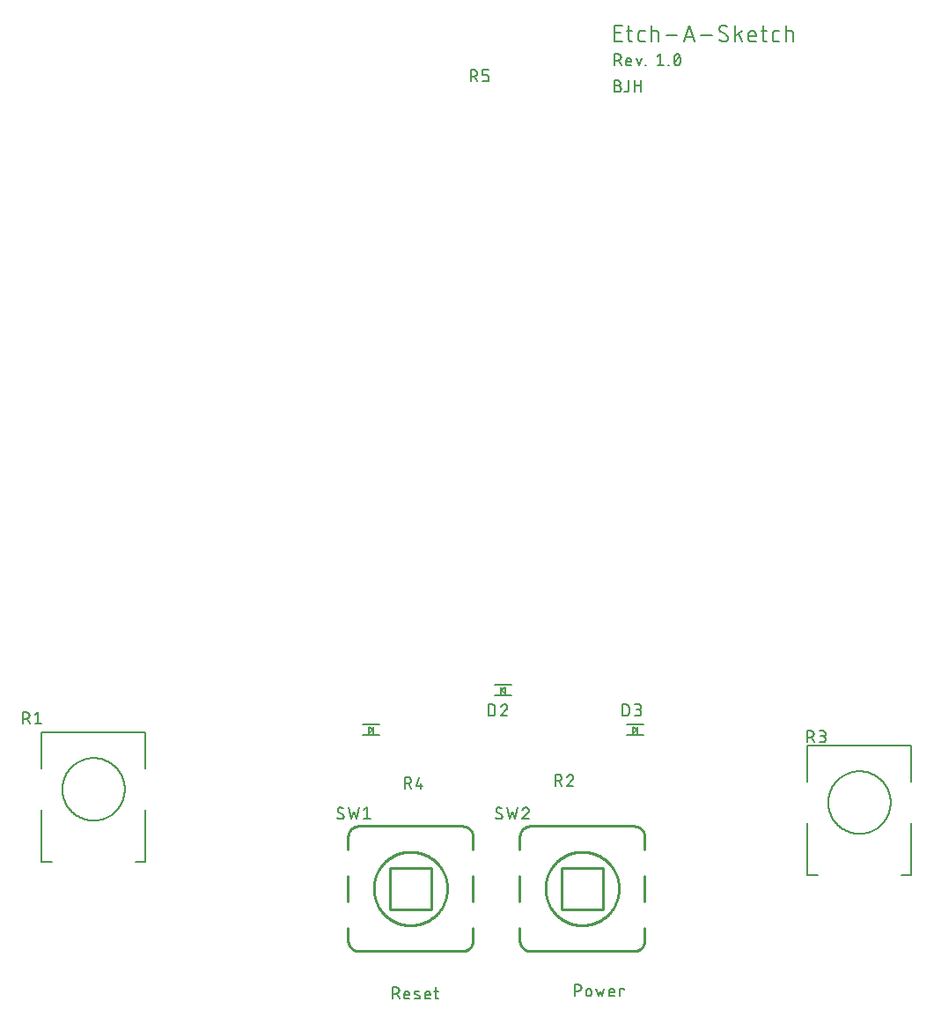
<source format=gbr>
G04 EAGLE Gerber RS-274X export*
G75*
%MOMM*%
%FSLAX34Y34*%
%LPD*%
%INSilkscreen Top*%
%IPPOS*%
%AMOC8*
5,1,8,0,0,1.08239X$1,22.5*%
G01*
%ADD10C,0.203200*%
%ADD11C,0.152400*%
%ADD12C,0.127000*%
%ADD13C,0.254000*%


D10*
X787795Y953516D02*
X780796Y953516D01*
X780796Y969264D01*
X787795Y969264D01*
X786045Y962265D02*
X780796Y962265D01*
X792270Y964015D02*
X797519Y964015D01*
X794020Y969264D02*
X794020Y956141D01*
X794019Y956141D02*
X794021Y956040D01*
X794027Y955940D01*
X794036Y955840D01*
X794050Y955740D01*
X794067Y955641D01*
X794088Y955543D01*
X794113Y955445D01*
X794141Y955349D01*
X794174Y955254D01*
X794209Y955160D01*
X794249Y955067D01*
X794292Y954976D01*
X794338Y954887D01*
X794388Y954800D01*
X794441Y954714D01*
X794497Y954631D01*
X794556Y954550D01*
X794619Y954471D01*
X794684Y954395D01*
X794753Y954321D01*
X794824Y954250D01*
X794898Y954181D01*
X794974Y954116D01*
X795053Y954053D01*
X795134Y953994D01*
X795217Y953938D01*
X795303Y953885D01*
X795390Y953835D01*
X795479Y953789D01*
X795570Y953746D01*
X795663Y953706D01*
X795757Y953671D01*
X795852Y953638D01*
X795948Y953610D01*
X796046Y953585D01*
X796144Y953564D01*
X796243Y953547D01*
X796343Y953533D01*
X796443Y953524D01*
X796543Y953518D01*
X796644Y953516D01*
X797519Y953516D01*
X806165Y953516D02*
X809664Y953516D01*
X806165Y953516D02*
X806064Y953518D01*
X805964Y953524D01*
X805864Y953533D01*
X805764Y953547D01*
X805665Y953564D01*
X805567Y953585D01*
X805469Y953610D01*
X805373Y953638D01*
X805278Y953671D01*
X805184Y953706D01*
X805091Y953746D01*
X805000Y953789D01*
X804911Y953835D01*
X804824Y953885D01*
X804738Y953938D01*
X804655Y953994D01*
X804574Y954053D01*
X804495Y954116D01*
X804419Y954181D01*
X804345Y954250D01*
X804274Y954321D01*
X804205Y954395D01*
X804140Y954471D01*
X804077Y954550D01*
X804018Y954631D01*
X803962Y954714D01*
X803909Y954800D01*
X803859Y954887D01*
X803813Y954976D01*
X803770Y955067D01*
X803730Y955160D01*
X803695Y955254D01*
X803662Y955349D01*
X803634Y955445D01*
X803609Y955543D01*
X803588Y955641D01*
X803571Y955740D01*
X803557Y955840D01*
X803548Y955940D01*
X803542Y956040D01*
X803540Y956141D01*
X803540Y961390D01*
X803542Y961491D01*
X803548Y961591D01*
X803557Y961691D01*
X803571Y961791D01*
X803588Y961890D01*
X803609Y961988D01*
X803634Y962086D01*
X803662Y962182D01*
X803695Y962277D01*
X803730Y962371D01*
X803770Y962464D01*
X803813Y962555D01*
X803859Y962644D01*
X803909Y962731D01*
X803962Y962817D01*
X804018Y962900D01*
X804077Y962981D01*
X804140Y963060D01*
X804205Y963136D01*
X804274Y963210D01*
X804345Y963281D01*
X804419Y963350D01*
X804495Y963415D01*
X804574Y963478D01*
X804655Y963537D01*
X804738Y963593D01*
X804824Y963646D01*
X804911Y963696D01*
X805000Y963742D01*
X805091Y963785D01*
X805184Y963825D01*
X805278Y963861D01*
X805373Y963893D01*
X805469Y963921D01*
X805567Y963946D01*
X805665Y963967D01*
X805764Y963984D01*
X805864Y963998D01*
X805964Y964007D01*
X806064Y964013D01*
X806165Y964015D01*
X809664Y964015D01*
X816024Y969264D02*
X816024Y953516D01*
X816024Y964015D02*
X820398Y964015D01*
X820499Y964013D01*
X820599Y964007D01*
X820699Y963998D01*
X820799Y963984D01*
X820898Y963967D01*
X820996Y963946D01*
X821094Y963921D01*
X821190Y963893D01*
X821285Y963860D01*
X821379Y963825D01*
X821472Y963785D01*
X821563Y963742D01*
X821652Y963696D01*
X821739Y963646D01*
X821825Y963593D01*
X821908Y963537D01*
X821989Y963478D01*
X822068Y963415D01*
X822144Y963350D01*
X822218Y963281D01*
X822289Y963210D01*
X822358Y963136D01*
X822423Y963060D01*
X822486Y962981D01*
X822545Y962900D01*
X822601Y962817D01*
X822654Y962731D01*
X822704Y962644D01*
X822750Y962555D01*
X822793Y962464D01*
X822833Y962371D01*
X822868Y962277D01*
X822901Y962182D01*
X822929Y962086D01*
X822954Y961988D01*
X822975Y961890D01*
X822992Y961791D01*
X823006Y961691D01*
X823015Y961591D01*
X823021Y961491D01*
X823023Y961390D01*
X823023Y953516D01*
X830426Y959640D02*
X840925Y959640D01*
X847100Y953516D02*
X852349Y969264D01*
X857598Y953516D01*
X856286Y957453D02*
X848412Y957453D01*
X863773Y959640D02*
X874272Y959640D01*
X886049Y953516D02*
X886166Y953518D01*
X886283Y953524D01*
X886399Y953534D01*
X886515Y953547D01*
X886631Y953565D01*
X886746Y953586D01*
X886860Y953611D01*
X886974Y953640D01*
X887086Y953673D01*
X887197Y953710D01*
X887307Y953750D01*
X887415Y953794D01*
X887522Y953841D01*
X887628Y953892D01*
X887731Y953947D01*
X887833Y954005D01*
X887932Y954066D01*
X888030Y954130D01*
X888125Y954198D01*
X888218Y954269D01*
X888309Y954343D01*
X888397Y954420D01*
X888482Y954500D01*
X888565Y954583D01*
X888645Y954668D01*
X888722Y954756D01*
X888796Y954847D01*
X888867Y954940D01*
X888935Y955035D01*
X888999Y955133D01*
X889060Y955232D01*
X889118Y955334D01*
X889173Y955437D01*
X889224Y955543D01*
X889271Y955650D01*
X889315Y955758D01*
X889355Y955868D01*
X889392Y955979D01*
X889425Y956091D01*
X889454Y956205D01*
X889479Y956319D01*
X889500Y956434D01*
X889518Y956549D01*
X889531Y956666D01*
X889541Y956782D01*
X889547Y956899D01*
X889549Y957016D01*
X886049Y953516D02*
X885872Y953518D01*
X885695Y953524D01*
X885519Y953535D01*
X885342Y953550D01*
X885167Y953569D01*
X884991Y953592D01*
X884817Y953619D01*
X884642Y953651D01*
X884469Y953687D01*
X884297Y953727D01*
X884126Y953771D01*
X883955Y953819D01*
X883786Y953871D01*
X883619Y953927D01*
X883452Y953987D01*
X883287Y954051D01*
X883124Y954119D01*
X882962Y954191D01*
X882803Y954267D01*
X882645Y954346D01*
X882489Y954430D01*
X882335Y954517D01*
X882183Y954607D01*
X882033Y954702D01*
X881886Y954800D01*
X881741Y954901D01*
X881598Y955006D01*
X881458Y955114D01*
X881321Y955225D01*
X881186Y955340D01*
X881055Y955458D01*
X880926Y955579D01*
X880800Y955703D01*
X881237Y965764D02*
X881239Y965881D01*
X881245Y965998D01*
X881255Y966114D01*
X881268Y966231D01*
X881286Y966346D01*
X881307Y966461D01*
X881332Y966575D01*
X881361Y966689D01*
X881394Y966801D01*
X881431Y966912D01*
X881471Y967022D01*
X881515Y967130D01*
X881562Y967237D01*
X881613Y967343D01*
X881668Y967446D01*
X881726Y967548D01*
X881787Y967647D01*
X881851Y967745D01*
X881919Y967840D01*
X881990Y967933D01*
X882064Y968024D01*
X882141Y968112D01*
X882221Y968197D01*
X882304Y968280D01*
X882389Y968360D01*
X882477Y968437D01*
X882568Y968511D01*
X882661Y968582D01*
X882756Y968650D01*
X882854Y968714D01*
X882953Y968775D01*
X883055Y968833D01*
X883158Y968888D01*
X883264Y968939D01*
X883371Y968986D01*
X883479Y969030D01*
X883589Y969070D01*
X883700Y969107D01*
X883812Y969140D01*
X883926Y969169D01*
X884040Y969194D01*
X884155Y969215D01*
X884270Y969233D01*
X884387Y969246D01*
X884503Y969256D01*
X884620Y969262D01*
X884737Y969264D01*
X884893Y969262D01*
X885050Y969257D01*
X885206Y969247D01*
X885362Y969234D01*
X885517Y969217D01*
X885672Y969197D01*
X885827Y969173D01*
X885981Y969145D01*
X886134Y969114D01*
X886286Y969079D01*
X886438Y969040D01*
X886588Y968997D01*
X886738Y968952D01*
X886886Y968902D01*
X887033Y968849D01*
X887179Y968793D01*
X887324Y968733D01*
X887467Y968669D01*
X887608Y968603D01*
X887748Y968533D01*
X887886Y968459D01*
X888022Y968382D01*
X888157Y968303D01*
X888289Y968219D01*
X888420Y968133D01*
X888548Y968044D01*
X888674Y967952D01*
X882988Y962702D02*
X882889Y962762D01*
X882793Y962826D01*
X882699Y962892D01*
X882607Y962961D01*
X882517Y963034D01*
X882429Y963109D01*
X882345Y963187D01*
X882262Y963268D01*
X882183Y963351D01*
X882106Y963437D01*
X882032Y963525D01*
X881960Y963616D01*
X881892Y963709D01*
X881827Y963804D01*
X881765Y963902D01*
X881706Y964001D01*
X881651Y964102D01*
X881598Y964205D01*
X881550Y964309D01*
X881504Y964415D01*
X881462Y964522D01*
X881423Y964631D01*
X881388Y964741D01*
X881357Y964852D01*
X881329Y964964D01*
X881305Y965076D01*
X881285Y965190D01*
X881268Y965304D01*
X881255Y965419D01*
X881245Y965534D01*
X881240Y965649D01*
X881238Y965764D01*
X887799Y960078D02*
X887898Y960018D01*
X887994Y959954D01*
X888088Y959888D01*
X888180Y959819D01*
X888270Y959746D01*
X888358Y959671D01*
X888442Y959593D01*
X888525Y959512D01*
X888604Y959429D01*
X888681Y959343D01*
X888755Y959255D01*
X888827Y959164D01*
X888895Y959071D01*
X888960Y958976D01*
X889022Y958878D01*
X889081Y958779D01*
X889136Y958678D01*
X889189Y958575D01*
X889238Y958471D01*
X889283Y958365D01*
X889325Y958258D01*
X889364Y958149D01*
X889399Y958039D01*
X889430Y957928D01*
X889458Y957816D01*
X889482Y957704D01*
X889502Y957590D01*
X889519Y957476D01*
X889532Y957361D01*
X889542Y957246D01*
X889547Y957131D01*
X889549Y957016D01*
X887799Y960078D02*
X882987Y962702D01*
X896467Y969264D02*
X896467Y953516D01*
X896467Y958765D02*
X903466Y964015D01*
X899529Y960953D02*
X903466Y953516D01*
X911915Y953516D02*
X916289Y953516D01*
X911915Y953516D02*
X911814Y953518D01*
X911714Y953524D01*
X911614Y953533D01*
X911514Y953547D01*
X911415Y953564D01*
X911317Y953585D01*
X911219Y953610D01*
X911123Y953638D01*
X911028Y953671D01*
X910934Y953706D01*
X910841Y953746D01*
X910750Y953789D01*
X910661Y953835D01*
X910574Y953885D01*
X910488Y953938D01*
X910405Y953994D01*
X910324Y954053D01*
X910245Y954116D01*
X910169Y954181D01*
X910095Y954250D01*
X910024Y954321D01*
X909955Y954395D01*
X909890Y954471D01*
X909827Y954550D01*
X909768Y954631D01*
X909712Y954714D01*
X909659Y954800D01*
X909609Y954887D01*
X909563Y954976D01*
X909520Y955067D01*
X909480Y955160D01*
X909445Y955254D01*
X909412Y955349D01*
X909384Y955445D01*
X909359Y955543D01*
X909338Y955641D01*
X909321Y955740D01*
X909307Y955840D01*
X909298Y955940D01*
X909292Y956040D01*
X909290Y956141D01*
X909290Y960515D01*
X909292Y960633D01*
X909298Y960751D01*
X909308Y960869D01*
X909322Y960986D01*
X909340Y961103D01*
X909362Y961220D01*
X909387Y961335D01*
X909417Y961449D01*
X909451Y961563D01*
X909488Y961675D01*
X909529Y961786D01*
X909574Y961895D01*
X909622Y962003D01*
X909674Y962109D01*
X909730Y962214D01*
X909789Y962316D01*
X909851Y962416D01*
X909917Y962514D01*
X909986Y962610D01*
X910059Y962704D01*
X910134Y962795D01*
X910213Y962883D01*
X910294Y962969D01*
X910379Y963052D01*
X910466Y963132D01*
X910555Y963209D01*
X910648Y963283D01*
X910742Y963353D01*
X910839Y963421D01*
X910939Y963485D01*
X911040Y963546D01*
X911143Y963603D01*
X911249Y963657D01*
X911356Y963708D01*
X911464Y963754D01*
X911574Y963797D01*
X911686Y963836D01*
X911799Y963872D01*
X911913Y963903D01*
X912028Y963931D01*
X912143Y963955D01*
X912260Y963975D01*
X912377Y963991D01*
X912495Y964003D01*
X912613Y964011D01*
X912731Y964015D01*
X912849Y964015D01*
X912967Y964011D01*
X913085Y964003D01*
X913203Y963991D01*
X913320Y963975D01*
X913437Y963955D01*
X913552Y963931D01*
X913667Y963903D01*
X913781Y963872D01*
X913894Y963836D01*
X914006Y963797D01*
X914116Y963754D01*
X914224Y963708D01*
X914331Y963657D01*
X914437Y963603D01*
X914540Y963546D01*
X914641Y963485D01*
X914741Y963421D01*
X914838Y963353D01*
X914932Y963283D01*
X915025Y963209D01*
X915114Y963132D01*
X915201Y963052D01*
X915286Y962969D01*
X915367Y962883D01*
X915446Y962795D01*
X915521Y962704D01*
X915594Y962610D01*
X915663Y962514D01*
X915729Y962416D01*
X915791Y962316D01*
X915850Y962214D01*
X915906Y962109D01*
X915958Y962003D01*
X916006Y961895D01*
X916051Y961786D01*
X916092Y961675D01*
X916129Y961563D01*
X916163Y961449D01*
X916193Y961335D01*
X916218Y961220D01*
X916240Y961103D01*
X916258Y960986D01*
X916272Y960869D01*
X916282Y960751D01*
X916288Y960633D01*
X916290Y960515D01*
X916289Y960515D02*
X916289Y958765D01*
X909290Y958765D01*
X921488Y964015D02*
X926737Y964015D01*
X923238Y969264D02*
X923238Y956141D01*
X923240Y956040D01*
X923246Y955940D01*
X923255Y955840D01*
X923269Y955740D01*
X923286Y955641D01*
X923307Y955543D01*
X923332Y955445D01*
X923360Y955349D01*
X923393Y955254D01*
X923428Y955160D01*
X923468Y955067D01*
X923511Y954976D01*
X923557Y954887D01*
X923607Y954800D01*
X923660Y954714D01*
X923716Y954631D01*
X923775Y954550D01*
X923838Y954471D01*
X923903Y954395D01*
X923972Y954321D01*
X924043Y954250D01*
X924117Y954181D01*
X924193Y954116D01*
X924272Y954053D01*
X924353Y953994D01*
X924436Y953938D01*
X924522Y953885D01*
X924609Y953835D01*
X924698Y953789D01*
X924789Y953746D01*
X924882Y953706D01*
X924976Y953671D01*
X925071Y953638D01*
X925167Y953610D01*
X925265Y953585D01*
X925363Y953564D01*
X925462Y953547D01*
X925562Y953533D01*
X925662Y953524D01*
X925762Y953518D01*
X925863Y953516D01*
X926737Y953516D01*
X935383Y953516D02*
X938882Y953516D01*
X935383Y953516D02*
X935282Y953518D01*
X935182Y953524D01*
X935082Y953533D01*
X934982Y953547D01*
X934883Y953564D01*
X934785Y953585D01*
X934687Y953610D01*
X934591Y953638D01*
X934496Y953671D01*
X934402Y953706D01*
X934309Y953746D01*
X934218Y953789D01*
X934129Y953835D01*
X934042Y953885D01*
X933956Y953938D01*
X933873Y953994D01*
X933792Y954053D01*
X933713Y954116D01*
X933637Y954181D01*
X933563Y954250D01*
X933492Y954321D01*
X933423Y954395D01*
X933358Y954471D01*
X933295Y954550D01*
X933236Y954631D01*
X933180Y954714D01*
X933127Y954800D01*
X933077Y954887D01*
X933031Y954976D01*
X932988Y955067D01*
X932948Y955160D01*
X932913Y955254D01*
X932880Y955349D01*
X932852Y955445D01*
X932827Y955543D01*
X932806Y955641D01*
X932789Y955740D01*
X932775Y955840D01*
X932766Y955940D01*
X932760Y956040D01*
X932758Y956141D01*
X932758Y961390D01*
X932760Y961491D01*
X932766Y961591D01*
X932775Y961691D01*
X932789Y961791D01*
X932806Y961890D01*
X932827Y961988D01*
X932852Y962086D01*
X932880Y962182D01*
X932913Y962277D01*
X932948Y962371D01*
X932988Y962464D01*
X933031Y962555D01*
X933077Y962644D01*
X933127Y962731D01*
X933180Y962817D01*
X933236Y962900D01*
X933295Y962981D01*
X933358Y963060D01*
X933423Y963136D01*
X933492Y963210D01*
X933563Y963281D01*
X933637Y963350D01*
X933713Y963415D01*
X933792Y963478D01*
X933873Y963537D01*
X933956Y963593D01*
X934042Y963646D01*
X934129Y963696D01*
X934218Y963742D01*
X934309Y963785D01*
X934402Y963825D01*
X934496Y963861D01*
X934591Y963893D01*
X934687Y963921D01*
X934785Y963946D01*
X934883Y963967D01*
X934982Y963984D01*
X935082Y963998D01*
X935182Y964007D01*
X935282Y964013D01*
X935383Y964015D01*
X938882Y964015D01*
X945242Y969264D02*
X945242Y953516D01*
X945242Y964015D02*
X949616Y964015D01*
X949717Y964013D01*
X949817Y964007D01*
X949917Y963998D01*
X950017Y963984D01*
X950116Y963967D01*
X950214Y963946D01*
X950312Y963921D01*
X950408Y963893D01*
X950503Y963860D01*
X950597Y963825D01*
X950690Y963785D01*
X950781Y963742D01*
X950870Y963696D01*
X950957Y963646D01*
X951043Y963593D01*
X951126Y963537D01*
X951207Y963478D01*
X951286Y963415D01*
X951362Y963350D01*
X951436Y963281D01*
X951507Y963210D01*
X951576Y963136D01*
X951641Y963060D01*
X951704Y962981D01*
X951763Y962900D01*
X951819Y962817D01*
X951872Y962731D01*
X951922Y962644D01*
X951968Y962555D01*
X952011Y962464D01*
X952051Y962371D01*
X952086Y962277D01*
X952119Y962182D01*
X952147Y962086D01*
X952172Y961988D01*
X952193Y961890D01*
X952210Y961791D01*
X952224Y961691D01*
X952233Y961591D01*
X952239Y961491D01*
X952241Y961390D01*
X952241Y953516D01*
D11*
X783646Y911211D02*
X780542Y911211D01*
X783646Y911210D02*
X783757Y911208D01*
X783867Y911202D01*
X783978Y911192D01*
X784088Y911178D01*
X784197Y911161D01*
X784306Y911139D01*
X784414Y911114D01*
X784520Y911084D01*
X784626Y911051D01*
X784731Y911014D01*
X784834Y910974D01*
X784935Y910929D01*
X785035Y910882D01*
X785134Y910830D01*
X785230Y910775D01*
X785324Y910717D01*
X785416Y910656D01*
X785506Y910591D01*
X785594Y910523D01*
X785679Y910452D01*
X785761Y910378D01*
X785841Y910301D01*
X785918Y910221D01*
X785992Y910139D01*
X786063Y910054D01*
X786131Y909966D01*
X786196Y909876D01*
X786257Y909784D01*
X786315Y909690D01*
X786370Y909594D01*
X786422Y909495D01*
X786469Y909395D01*
X786514Y909294D01*
X786554Y909191D01*
X786591Y909086D01*
X786624Y908980D01*
X786654Y908874D01*
X786679Y908766D01*
X786701Y908657D01*
X786718Y908548D01*
X786732Y908438D01*
X786742Y908327D01*
X786748Y908217D01*
X786750Y908106D01*
X786748Y907995D01*
X786742Y907885D01*
X786732Y907774D01*
X786718Y907664D01*
X786701Y907555D01*
X786679Y907446D01*
X786654Y907338D01*
X786624Y907232D01*
X786591Y907126D01*
X786554Y907021D01*
X786514Y906918D01*
X786469Y906817D01*
X786422Y906717D01*
X786370Y906618D01*
X786315Y906522D01*
X786257Y906428D01*
X786196Y906336D01*
X786131Y906246D01*
X786063Y906158D01*
X785992Y906073D01*
X785918Y905991D01*
X785841Y905911D01*
X785761Y905834D01*
X785679Y905760D01*
X785594Y905689D01*
X785506Y905621D01*
X785416Y905556D01*
X785324Y905495D01*
X785230Y905437D01*
X785134Y905382D01*
X785035Y905330D01*
X784935Y905283D01*
X784834Y905238D01*
X784731Y905198D01*
X784626Y905161D01*
X784520Y905128D01*
X784414Y905098D01*
X784306Y905073D01*
X784197Y905051D01*
X784088Y905034D01*
X783978Y905020D01*
X783867Y905010D01*
X783757Y905004D01*
X783646Y905002D01*
X780542Y905002D01*
X780542Y916178D01*
X783646Y916178D01*
X783745Y916176D01*
X783843Y916170D01*
X783942Y916160D01*
X784039Y916147D01*
X784137Y916129D01*
X784233Y916108D01*
X784329Y916082D01*
X784423Y916053D01*
X784516Y916021D01*
X784608Y915984D01*
X784698Y915944D01*
X784787Y915900D01*
X784874Y915853D01*
X784959Y915803D01*
X785041Y915749D01*
X785122Y915692D01*
X785200Y915632D01*
X785276Y915568D01*
X785349Y915502D01*
X785420Y915433D01*
X785488Y915361D01*
X785552Y915286D01*
X785614Y915209D01*
X785673Y915130D01*
X785728Y915048D01*
X785781Y914964D01*
X785829Y914879D01*
X785875Y914791D01*
X785917Y914701D01*
X785955Y914610D01*
X785989Y914518D01*
X786020Y914424D01*
X786047Y914329D01*
X786071Y914233D01*
X786090Y914136D01*
X786106Y914039D01*
X786118Y913941D01*
X786126Y913842D01*
X786130Y913743D01*
X786130Y913645D01*
X786126Y913546D01*
X786118Y913447D01*
X786106Y913349D01*
X786090Y913252D01*
X786071Y913155D01*
X786047Y913059D01*
X786020Y912964D01*
X785989Y912870D01*
X785955Y912778D01*
X785917Y912687D01*
X785875Y912597D01*
X785829Y912509D01*
X785781Y912424D01*
X785728Y912340D01*
X785673Y912258D01*
X785614Y912179D01*
X785552Y912102D01*
X785488Y912027D01*
X785420Y911955D01*
X785349Y911886D01*
X785276Y911820D01*
X785200Y911756D01*
X785122Y911696D01*
X785041Y911639D01*
X784959Y911585D01*
X784874Y911535D01*
X784787Y911488D01*
X784698Y911444D01*
X784608Y911404D01*
X784516Y911367D01*
X784423Y911335D01*
X784329Y911306D01*
X784233Y911280D01*
X784137Y911259D01*
X784039Y911241D01*
X783942Y911228D01*
X783843Y911218D01*
X783745Y911212D01*
X783646Y911210D01*
X793836Y907486D02*
X793836Y916178D01*
X793837Y907486D02*
X793835Y907388D01*
X793829Y907291D01*
X793820Y907194D01*
X793806Y907097D01*
X793789Y907001D01*
X793768Y906906D01*
X793744Y906812D01*
X793715Y906718D01*
X793683Y906626D01*
X793648Y906535D01*
X793609Y906446D01*
X793566Y906358D01*
X793520Y906272D01*
X793471Y906188D01*
X793418Y906106D01*
X793363Y906026D01*
X793304Y905948D01*
X793242Y905873D01*
X793177Y905800D01*
X793109Y905730D01*
X793039Y905662D01*
X792966Y905597D01*
X792891Y905535D01*
X792813Y905476D01*
X792733Y905421D01*
X792651Y905368D01*
X792567Y905319D01*
X792481Y905273D01*
X792393Y905230D01*
X792304Y905191D01*
X792213Y905156D01*
X792121Y905124D01*
X792027Y905095D01*
X791933Y905071D01*
X791838Y905050D01*
X791742Y905033D01*
X791645Y905019D01*
X791548Y905010D01*
X791450Y905004D01*
X791353Y905002D01*
X790111Y905002D01*
X799761Y905002D02*
X799761Y916178D01*
X799761Y911211D02*
X805970Y911211D01*
X805970Y916178D02*
X805970Y905002D01*
X567182Y44958D02*
X567182Y33782D01*
X567182Y44958D02*
X570286Y44958D01*
X570397Y44956D01*
X570507Y44950D01*
X570618Y44940D01*
X570728Y44926D01*
X570837Y44909D01*
X570946Y44887D01*
X571054Y44862D01*
X571160Y44832D01*
X571266Y44799D01*
X571371Y44762D01*
X571474Y44722D01*
X571575Y44677D01*
X571675Y44630D01*
X571774Y44578D01*
X571870Y44523D01*
X571964Y44465D01*
X572056Y44404D01*
X572146Y44339D01*
X572234Y44271D01*
X572319Y44200D01*
X572401Y44126D01*
X572481Y44049D01*
X572558Y43969D01*
X572632Y43887D01*
X572703Y43802D01*
X572771Y43714D01*
X572836Y43624D01*
X572897Y43532D01*
X572955Y43438D01*
X573010Y43342D01*
X573062Y43243D01*
X573109Y43143D01*
X573154Y43042D01*
X573194Y42939D01*
X573231Y42834D01*
X573264Y42728D01*
X573294Y42622D01*
X573319Y42514D01*
X573341Y42405D01*
X573358Y42296D01*
X573372Y42186D01*
X573382Y42075D01*
X573388Y41965D01*
X573390Y41854D01*
X573388Y41743D01*
X573382Y41633D01*
X573372Y41522D01*
X573358Y41412D01*
X573341Y41303D01*
X573319Y41194D01*
X573294Y41086D01*
X573264Y40980D01*
X573231Y40874D01*
X573194Y40769D01*
X573154Y40666D01*
X573109Y40565D01*
X573062Y40465D01*
X573010Y40366D01*
X572955Y40270D01*
X572897Y40176D01*
X572836Y40084D01*
X572771Y39994D01*
X572703Y39906D01*
X572632Y39821D01*
X572558Y39739D01*
X572481Y39659D01*
X572401Y39582D01*
X572319Y39508D01*
X572234Y39437D01*
X572146Y39369D01*
X572056Y39304D01*
X571964Y39243D01*
X571870Y39185D01*
X571774Y39130D01*
X571675Y39078D01*
X571575Y39031D01*
X571474Y38986D01*
X571371Y38946D01*
X571266Y38909D01*
X571160Y38876D01*
X571054Y38846D01*
X570946Y38821D01*
X570837Y38799D01*
X570728Y38782D01*
X570618Y38768D01*
X570507Y38758D01*
X570397Y38752D01*
X570286Y38750D01*
X570286Y38749D02*
X567182Y38749D01*
X570907Y38749D02*
X573391Y33782D01*
X580242Y33782D02*
X583346Y33782D01*
X580242Y33782D02*
X580158Y33784D01*
X580075Y33789D01*
X579992Y33799D01*
X579909Y33812D01*
X579827Y33829D01*
X579746Y33849D01*
X579666Y33873D01*
X579587Y33901D01*
X579510Y33932D01*
X579434Y33966D01*
X579359Y34004D01*
X579286Y34046D01*
X579216Y34090D01*
X579147Y34138D01*
X579080Y34188D01*
X579016Y34242D01*
X578955Y34298D01*
X578895Y34358D01*
X578839Y34419D01*
X578785Y34483D01*
X578735Y34550D01*
X578687Y34619D01*
X578643Y34689D01*
X578601Y34762D01*
X578563Y34837D01*
X578529Y34913D01*
X578498Y34990D01*
X578470Y35069D01*
X578446Y35149D01*
X578426Y35230D01*
X578409Y35312D01*
X578396Y35395D01*
X578386Y35478D01*
X578381Y35561D01*
X578379Y35645D01*
X578379Y38749D01*
X578378Y38749D02*
X578380Y38848D01*
X578386Y38946D01*
X578396Y39045D01*
X578409Y39142D01*
X578427Y39240D01*
X578448Y39336D01*
X578474Y39432D01*
X578503Y39526D01*
X578535Y39619D01*
X578572Y39711D01*
X578612Y39801D01*
X578656Y39890D01*
X578703Y39977D01*
X578753Y40062D01*
X578807Y40144D01*
X578864Y40225D01*
X578924Y40303D01*
X578988Y40379D01*
X579054Y40452D01*
X579123Y40523D01*
X579195Y40591D01*
X579270Y40655D01*
X579347Y40717D01*
X579426Y40776D01*
X579508Y40831D01*
X579592Y40884D01*
X579677Y40932D01*
X579765Y40978D01*
X579855Y41020D01*
X579946Y41058D01*
X580038Y41092D01*
X580132Y41123D01*
X580227Y41150D01*
X580323Y41174D01*
X580420Y41193D01*
X580517Y41209D01*
X580615Y41221D01*
X580714Y41229D01*
X580813Y41233D01*
X580911Y41233D01*
X581010Y41229D01*
X581109Y41221D01*
X581207Y41209D01*
X581304Y41193D01*
X581401Y41174D01*
X581497Y41150D01*
X581592Y41123D01*
X581686Y41092D01*
X581778Y41058D01*
X581869Y41020D01*
X581959Y40978D01*
X582047Y40932D01*
X582132Y40884D01*
X582216Y40831D01*
X582298Y40776D01*
X582377Y40717D01*
X582454Y40655D01*
X582529Y40591D01*
X582601Y40523D01*
X582670Y40452D01*
X582736Y40379D01*
X582800Y40303D01*
X582860Y40225D01*
X582917Y40144D01*
X582971Y40062D01*
X583021Y39977D01*
X583068Y39890D01*
X583112Y39801D01*
X583152Y39711D01*
X583189Y39619D01*
X583221Y39526D01*
X583250Y39432D01*
X583276Y39336D01*
X583297Y39240D01*
X583315Y39142D01*
X583328Y39045D01*
X583338Y38946D01*
X583344Y38848D01*
X583346Y38749D01*
X583346Y37507D01*
X578379Y37507D01*
X589216Y38128D02*
X592321Y36886D01*
X589216Y38128D02*
X589144Y38159D01*
X589074Y38193D01*
X589005Y38231D01*
X588938Y38272D01*
X588873Y38316D01*
X588811Y38364D01*
X588751Y38414D01*
X588693Y38467D01*
X588638Y38523D01*
X588586Y38582D01*
X588537Y38643D01*
X588491Y38706D01*
X588448Y38771D01*
X588408Y38839D01*
X588371Y38908D01*
X588338Y38979D01*
X588309Y39052D01*
X588283Y39126D01*
X588260Y39201D01*
X588242Y39277D01*
X588227Y39354D01*
X588215Y39432D01*
X588208Y39510D01*
X588204Y39588D01*
X588205Y39666D01*
X588209Y39745D01*
X588216Y39823D01*
X588228Y39900D01*
X588243Y39977D01*
X588263Y40053D01*
X588285Y40128D01*
X588312Y40202D01*
X588342Y40274D01*
X588375Y40345D01*
X588412Y40414D01*
X588452Y40482D01*
X588496Y40547D01*
X588542Y40610D01*
X588592Y40671D01*
X588644Y40729D01*
X588699Y40785D01*
X588757Y40838D01*
X588818Y40888D01*
X588880Y40935D01*
X588945Y40978D01*
X589012Y41019D01*
X589081Y41057D01*
X589152Y41090D01*
X589224Y41121D01*
X589298Y41148D01*
X589372Y41171D01*
X589448Y41191D01*
X589525Y41207D01*
X589602Y41219D01*
X589680Y41227D01*
X589759Y41232D01*
X589837Y41233D01*
X589837Y41232D02*
X590006Y41228D01*
X590176Y41219D01*
X590345Y41207D01*
X590513Y41190D01*
X590682Y41169D01*
X590849Y41145D01*
X591016Y41116D01*
X591183Y41083D01*
X591348Y41046D01*
X591513Y41005D01*
X591676Y40961D01*
X591839Y40912D01*
X592000Y40860D01*
X592160Y40803D01*
X592318Y40743D01*
X592475Y40679D01*
X592631Y40611D01*
X592321Y36887D02*
X592393Y36856D01*
X592463Y36822D01*
X592532Y36784D01*
X592599Y36743D01*
X592664Y36699D01*
X592726Y36651D01*
X592786Y36601D01*
X592844Y36548D01*
X592899Y36492D01*
X592951Y36433D01*
X593000Y36372D01*
X593046Y36309D01*
X593089Y36244D01*
X593129Y36176D01*
X593166Y36107D01*
X593199Y36036D01*
X593228Y35963D01*
X593254Y35889D01*
X593277Y35814D01*
X593295Y35738D01*
X593310Y35661D01*
X593322Y35583D01*
X593329Y35505D01*
X593333Y35427D01*
X593332Y35349D01*
X593328Y35270D01*
X593321Y35192D01*
X593309Y35115D01*
X593294Y35038D01*
X593274Y34962D01*
X593252Y34887D01*
X593225Y34813D01*
X593195Y34741D01*
X593162Y34670D01*
X593125Y34601D01*
X593085Y34533D01*
X593041Y34468D01*
X592995Y34405D01*
X592945Y34344D01*
X592893Y34286D01*
X592838Y34230D01*
X592780Y34177D01*
X592719Y34127D01*
X592657Y34080D01*
X592592Y34037D01*
X592525Y33996D01*
X592456Y33958D01*
X592385Y33925D01*
X592313Y33894D01*
X592239Y33867D01*
X592165Y33844D01*
X592089Y33824D01*
X592012Y33808D01*
X591935Y33796D01*
X591857Y33788D01*
X591778Y33783D01*
X591700Y33782D01*
X591699Y33782D02*
X591450Y33789D01*
X591202Y33801D01*
X590953Y33819D01*
X590705Y33843D01*
X590458Y33873D01*
X590212Y33909D01*
X589966Y33951D01*
X589722Y33998D01*
X589478Y34052D01*
X589236Y34110D01*
X588996Y34175D01*
X588757Y34245D01*
X588520Y34321D01*
X588285Y34403D01*
X600053Y33782D02*
X603158Y33782D01*
X600053Y33782D02*
X599969Y33784D01*
X599886Y33789D01*
X599803Y33799D01*
X599720Y33812D01*
X599638Y33829D01*
X599557Y33849D01*
X599477Y33873D01*
X599398Y33901D01*
X599321Y33932D01*
X599245Y33966D01*
X599170Y34004D01*
X599097Y34046D01*
X599027Y34090D01*
X598958Y34138D01*
X598891Y34188D01*
X598827Y34242D01*
X598766Y34298D01*
X598706Y34358D01*
X598650Y34419D01*
X598596Y34483D01*
X598546Y34550D01*
X598498Y34619D01*
X598454Y34689D01*
X598412Y34762D01*
X598374Y34837D01*
X598340Y34913D01*
X598309Y34990D01*
X598281Y35069D01*
X598257Y35149D01*
X598237Y35230D01*
X598220Y35312D01*
X598207Y35395D01*
X598197Y35478D01*
X598192Y35561D01*
X598190Y35645D01*
X598191Y35645D02*
X598191Y38749D01*
X598190Y38749D02*
X598192Y38848D01*
X598198Y38946D01*
X598208Y39045D01*
X598221Y39142D01*
X598239Y39240D01*
X598260Y39336D01*
X598286Y39432D01*
X598315Y39526D01*
X598347Y39619D01*
X598384Y39711D01*
X598424Y39801D01*
X598468Y39890D01*
X598515Y39977D01*
X598565Y40062D01*
X598619Y40144D01*
X598676Y40225D01*
X598736Y40303D01*
X598800Y40379D01*
X598866Y40452D01*
X598935Y40523D01*
X599007Y40591D01*
X599082Y40655D01*
X599159Y40717D01*
X599238Y40776D01*
X599320Y40831D01*
X599404Y40884D01*
X599489Y40932D01*
X599577Y40978D01*
X599667Y41020D01*
X599758Y41058D01*
X599850Y41092D01*
X599944Y41123D01*
X600039Y41150D01*
X600135Y41174D01*
X600232Y41193D01*
X600329Y41209D01*
X600427Y41221D01*
X600526Y41229D01*
X600625Y41233D01*
X600723Y41233D01*
X600822Y41229D01*
X600921Y41221D01*
X601019Y41209D01*
X601116Y41193D01*
X601213Y41174D01*
X601309Y41150D01*
X601404Y41123D01*
X601498Y41092D01*
X601590Y41058D01*
X601681Y41020D01*
X601771Y40978D01*
X601859Y40932D01*
X601944Y40884D01*
X602028Y40831D01*
X602110Y40776D01*
X602189Y40717D01*
X602266Y40655D01*
X602341Y40591D01*
X602413Y40523D01*
X602482Y40452D01*
X602548Y40379D01*
X602612Y40303D01*
X602672Y40225D01*
X602729Y40144D01*
X602783Y40062D01*
X602833Y39977D01*
X602880Y39890D01*
X602924Y39801D01*
X602964Y39711D01*
X603001Y39619D01*
X603033Y39526D01*
X603062Y39432D01*
X603088Y39336D01*
X603109Y39240D01*
X603127Y39142D01*
X603140Y39045D01*
X603150Y38946D01*
X603156Y38848D01*
X603158Y38749D01*
X603158Y37507D01*
X598191Y37507D01*
X607078Y41233D02*
X610804Y41233D01*
X608320Y44958D02*
X608320Y35645D01*
X608322Y35561D01*
X608327Y35478D01*
X608337Y35395D01*
X608350Y35312D01*
X608367Y35230D01*
X608387Y35149D01*
X608411Y35069D01*
X608439Y34990D01*
X608470Y34913D01*
X608504Y34837D01*
X608542Y34762D01*
X608584Y34689D01*
X608628Y34619D01*
X608676Y34550D01*
X608726Y34483D01*
X608780Y34419D01*
X608836Y34358D01*
X608896Y34298D01*
X608957Y34242D01*
X609021Y34188D01*
X609088Y34138D01*
X609157Y34090D01*
X609227Y34046D01*
X609300Y34004D01*
X609375Y33966D01*
X609451Y33932D01*
X609528Y33901D01*
X609607Y33873D01*
X609687Y33849D01*
X609768Y33829D01*
X609850Y33812D01*
X609933Y33799D01*
X610016Y33789D01*
X610099Y33784D01*
X610183Y33782D01*
X610804Y33782D01*
X742442Y36322D02*
X742442Y47498D01*
X745546Y47498D01*
X745657Y47496D01*
X745767Y47490D01*
X745878Y47480D01*
X745988Y47466D01*
X746097Y47449D01*
X746206Y47427D01*
X746314Y47402D01*
X746420Y47372D01*
X746526Y47339D01*
X746631Y47302D01*
X746734Y47262D01*
X746835Y47217D01*
X746935Y47170D01*
X747034Y47118D01*
X747130Y47063D01*
X747224Y47005D01*
X747316Y46944D01*
X747406Y46879D01*
X747494Y46811D01*
X747579Y46740D01*
X747661Y46666D01*
X747741Y46589D01*
X747818Y46509D01*
X747892Y46427D01*
X747963Y46342D01*
X748031Y46254D01*
X748096Y46164D01*
X748157Y46072D01*
X748215Y45978D01*
X748270Y45882D01*
X748322Y45783D01*
X748369Y45683D01*
X748414Y45582D01*
X748454Y45479D01*
X748491Y45374D01*
X748524Y45268D01*
X748554Y45162D01*
X748579Y45054D01*
X748601Y44945D01*
X748618Y44836D01*
X748632Y44726D01*
X748642Y44615D01*
X748648Y44505D01*
X748650Y44394D01*
X748648Y44283D01*
X748642Y44173D01*
X748632Y44062D01*
X748618Y43952D01*
X748601Y43843D01*
X748579Y43734D01*
X748554Y43626D01*
X748524Y43520D01*
X748491Y43414D01*
X748454Y43309D01*
X748414Y43206D01*
X748369Y43105D01*
X748322Y43005D01*
X748270Y42906D01*
X748215Y42810D01*
X748157Y42716D01*
X748096Y42624D01*
X748031Y42534D01*
X747963Y42446D01*
X747892Y42361D01*
X747818Y42279D01*
X747741Y42199D01*
X747661Y42122D01*
X747579Y42048D01*
X747494Y41977D01*
X747406Y41909D01*
X747316Y41844D01*
X747224Y41783D01*
X747130Y41725D01*
X747034Y41670D01*
X746935Y41618D01*
X746835Y41571D01*
X746734Y41526D01*
X746631Y41486D01*
X746526Y41449D01*
X746420Y41416D01*
X746314Y41386D01*
X746206Y41361D01*
X746097Y41339D01*
X745988Y41322D01*
X745878Y41308D01*
X745767Y41298D01*
X745657Y41292D01*
X745546Y41290D01*
X745546Y41289D02*
X742442Y41289D01*
X753138Y41289D02*
X753138Y38806D01*
X753138Y41289D02*
X753140Y41388D01*
X753146Y41486D01*
X753156Y41585D01*
X753169Y41682D01*
X753187Y41780D01*
X753208Y41876D01*
X753234Y41972D01*
X753263Y42066D01*
X753295Y42159D01*
X753332Y42251D01*
X753372Y42341D01*
X753416Y42430D01*
X753463Y42517D01*
X753513Y42602D01*
X753567Y42684D01*
X753624Y42765D01*
X753684Y42843D01*
X753748Y42919D01*
X753814Y42992D01*
X753883Y43063D01*
X753955Y43131D01*
X754030Y43195D01*
X754107Y43257D01*
X754186Y43316D01*
X754268Y43371D01*
X754352Y43424D01*
X754437Y43472D01*
X754525Y43518D01*
X754615Y43560D01*
X754706Y43598D01*
X754798Y43632D01*
X754892Y43663D01*
X754987Y43690D01*
X755083Y43714D01*
X755180Y43733D01*
X755277Y43749D01*
X755375Y43761D01*
X755474Y43769D01*
X755573Y43773D01*
X755671Y43773D01*
X755770Y43769D01*
X755869Y43761D01*
X755967Y43749D01*
X756064Y43733D01*
X756161Y43714D01*
X756257Y43690D01*
X756352Y43663D01*
X756446Y43632D01*
X756538Y43598D01*
X756629Y43560D01*
X756719Y43518D01*
X756807Y43472D01*
X756892Y43424D01*
X756976Y43371D01*
X757058Y43316D01*
X757137Y43257D01*
X757214Y43195D01*
X757289Y43131D01*
X757361Y43063D01*
X757430Y42992D01*
X757496Y42919D01*
X757560Y42843D01*
X757620Y42765D01*
X757677Y42684D01*
X757731Y42602D01*
X757781Y42517D01*
X757828Y42430D01*
X757872Y42341D01*
X757912Y42251D01*
X757949Y42159D01*
X757981Y42066D01*
X758010Y41972D01*
X758036Y41876D01*
X758057Y41780D01*
X758075Y41682D01*
X758088Y41585D01*
X758098Y41486D01*
X758104Y41388D01*
X758106Y41289D01*
X758105Y41289D02*
X758105Y38806D01*
X758106Y38806D02*
X758104Y38707D01*
X758098Y38609D01*
X758088Y38510D01*
X758075Y38413D01*
X758057Y38315D01*
X758036Y38219D01*
X758010Y38123D01*
X757981Y38029D01*
X757949Y37936D01*
X757912Y37844D01*
X757872Y37754D01*
X757828Y37665D01*
X757781Y37578D01*
X757731Y37493D01*
X757677Y37411D01*
X757620Y37330D01*
X757560Y37252D01*
X757496Y37176D01*
X757430Y37103D01*
X757361Y37032D01*
X757289Y36964D01*
X757214Y36900D01*
X757137Y36838D01*
X757058Y36779D01*
X756976Y36724D01*
X756892Y36671D01*
X756807Y36623D01*
X756719Y36577D01*
X756629Y36535D01*
X756538Y36497D01*
X756446Y36463D01*
X756352Y36432D01*
X756257Y36405D01*
X756161Y36381D01*
X756064Y36362D01*
X755967Y36346D01*
X755869Y36334D01*
X755770Y36326D01*
X755671Y36322D01*
X755573Y36322D01*
X755474Y36326D01*
X755375Y36334D01*
X755277Y36346D01*
X755180Y36362D01*
X755083Y36381D01*
X754987Y36405D01*
X754892Y36432D01*
X754798Y36463D01*
X754706Y36497D01*
X754615Y36535D01*
X754525Y36577D01*
X754437Y36623D01*
X754352Y36671D01*
X754268Y36724D01*
X754186Y36779D01*
X754107Y36838D01*
X754030Y36900D01*
X753955Y36964D01*
X753883Y37032D01*
X753814Y37103D01*
X753748Y37176D01*
X753684Y37252D01*
X753624Y37330D01*
X753567Y37411D01*
X753513Y37493D01*
X753463Y37578D01*
X753416Y37665D01*
X753372Y37754D01*
X753332Y37844D01*
X753295Y37936D01*
X753263Y38029D01*
X753234Y38123D01*
X753208Y38219D01*
X753187Y38315D01*
X753169Y38413D01*
X753156Y38510D01*
X753146Y38609D01*
X753140Y38707D01*
X753138Y38806D01*
X762945Y43773D02*
X764808Y36322D01*
X766671Y41289D01*
X768533Y36322D01*
X770396Y43773D01*
X777099Y36322D02*
X780203Y36322D01*
X777099Y36322D02*
X777015Y36324D01*
X776932Y36329D01*
X776849Y36339D01*
X776766Y36352D01*
X776684Y36369D01*
X776603Y36389D01*
X776523Y36413D01*
X776444Y36441D01*
X776367Y36472D01*
X776291Y36506D01*
X776216Y36544D01*
X776143Y36586D01*
X776073Y36630D01*
X776004Y36678D01*
X775937Y36728D01*
X775873Y36782D01*
X775812Y36838D01*
X775752Y36898D01*
X775696Y36959D01*
X775642Y37023D01*
X775592Y37090D01*
X775544Y37159D01*
X775500Y37229D01*
X775458Y37302D01*
X775420Y37377D01*
X775386Y37453D01*
X775355Y37530D01*
X775327Y37609D01*
X775303Y37689D01*
X775283Y37770D01*
X775266Y37852D01*
X775253Y37935D01*
X775243Y38018D01*
X775238Y38101D01*
X775236Y38185D01*
X775236Y41289D01*
X775238Y41388D01*
X775244Y41486D01*
X775254Y41585D01*
X775267Y41682D01*
X775285Y41780D01*
X775306Y41876D01*
X775332Y41972D01*
X775361Y42066D01*
X775393Y42159D01*
X775430Y42251D01*
X775470Y42341D01*
X775514Y42430D01*
X775561Y42517D01*
X775611Y42602D01*
X775665Y42684D01*
X775722Y42765D01*
X775782Y42843D01*
X775846Y42919D01*
X775912Y42992D01*
X775981Y43063D01*
X776053Y43131D01*
X776128Y43195D01*
X776205Y43257D01*
X776284Y43316D01*
X776366Y43371D01*
X776450Y43424D01*
X776535Y43472D01*
X776623Y43518D01*
X776713Y43560D01*
X776804Y43598D01*
X776896Y43632D01*
X776990Y43663D01*
X777085Y43690D01*
X777181Y43714D01*
X777278Y43733D01*
X777375Y43749D01*
X777473Y43761D01*
X777572Y43769D01*
X777671Y43773D01*
X777769Y43773D01*
X777868Y43769D01*
X777967Y43761D01*
X778065Y43749D01*
X778162Y43733D01*
X778259Y43714D01*
X778355Y43690D01*
X778450Y43663D01*
X778544Y43632D01*
X778636Y43598D01*
X778727Y43560D01*
X778817Y43518D01*
X778905Y43472D01*
X778990Y43424D01*
X779074Y43371D01*
X779156Y43316D01*
X779235Y43257D01*
X779312Y43195D01*
X779387Y43131D01*
X779459Y43063D01*
X779528Y42992D01*
X779594Y42919D01*
X779658Y42843D01*
X779718Y42765D01*
X779775Y42684D01*
X779829Y42602D01*
X779879Y42517D01*
X779926Y42430D01*
X779970Y42341D01*
X780010Y42251D01*
X780047Y42159D01*
X780079Y42066D01*
X780108Y41972D01*
X780134Y41876D01*
X780155Y41780D01*
X780173Y41682D01*
X780186Y41585D01*
X780196Y41486D01*
X780202Y41388D01*
X780204Y41289D01*
X780203Y41289D02*
X780203Y40047D01*
X775236Y40047D01*
X785606Y36322D02*
X785606Y43773D01*
X789331Y43773D01*
X789331Y42531D01*
X780542Y930402D02*
X780542Y941578D01*
X783646Y941578D01*
X783757Y941576D01*
X783867Y941570D01*
X783978Y941560D01*
X784088Y941546D01*
X784197Y941529D01*
X784306Y941507D01*
X784414Y941482D01*
X784520Y941452D01*
X784626Y941419D01*
X784731Y941382D01*
X784834Y941342D01*
X784935Y941297D01*
X785035Y941250D01*
X785134Y941198D01*
X785230Y941143D01*
X785324Y941085D01*
X785416Y941024D01*
X785506Y940959D01*
X785594Y940891D01*
X785679Y940820D01*
X785761Y940746D01*
X785841Y940669D01*
X785918Y940589D01*
X785992Y940507D01*
X786063Y940422D01*
X786131Y940334D01*
X786196Y940244D01*
X786257Y940152D01*
X786315Y940058D01*
X786370Y939962D01*
X786422Y939863D01*
X786469Y939763D01*
X786514Y939662D01*
X786554Y939559D01*
X786591Y939454D01*
X786624Y939348D01*
X786654Y939242D01*
X786679Y939134D01*
X786701Y939025D01*
X786718Y938916D01*
X786732Y938806D01*
X786742Y938695D01*
X786748Y938585D01*
X786750Y938474D01*
X786748Y938363D01*
X786742Y938253D01*
X786732Y938142D01*
X786718Y938032D01*
X786701Y937923D01*
X786679Y937814D01*
X786654Y937706D01*
X786624Y937600D01*
X786591Y937494D01*
X786554Y937389D01*
X786514Y937286D01*
X786469Y937185D01*
X786422Y937085D01*
X786370Y936986D01*
X786315Y936890D01*
X786257Y936796D01*
X786196Y936704D01*
X786131Y936614D01*
X786063Y936526D01*
X785992Y936441D01*
X785918Y936359D01*
X785841Y936279D01*
X785761Y936202D01*
X785679Y936128D01*
X785594Y936057D01*
X785506Y935989D01*
X785416Y935924D01*
X785324Y935863D01*
X785230Y935805D01*
X785134Y935750D01*
X785035Y935698D01*
X784935Y935651D01*
X784834Y935606D01*
X784731Y935566D01*
X784626Y935529D01*
X784520Y935496D01*
X784414Y935466D01*
X784306Y935441D01*
X784197Y935419D01*
X784088Y935402D01*
X783978Y935388D01*
X783867Y935378D01*
X783757Y935372D01*
X783646Y935370D01*
X783646Y935369D02*
X780542Y935369D01*
X784267Y935369D02*
X786751Y930402D01*
X793602Y930402D02*
X796706Y930402D01*
X793602Y930402D02*
X793518Y930404D01*
X793435Y930409D01*
X793352Y930419D01*
X793269Y930432D01*
X793187Y930449D01*
X793106Y930469D01*
X793026Y930493D01*
X792947Y930521D01*
X792870Y930552D01*
X792794Y930586D01*
X792719Y930624D01*
X792646Y930666D01*
X792576Y930710D01*
X792507Y930758D01*
X792440Y930808D01*
X792376Y930862D01*
X792315Y930918D01*
X792255Y930978D01*
X792199Y931039D01*
X792145Y931103D01*
X792095Y931170D01*
X792047Y931239D01*
X792003Y931309D01*
X791961Y931382D01*
X791923Y931457D01*
X791889Y931533D01*
X791858Y931610D01*
X791830Y931689D01*
X791806Y931769D01*
X791786Y931850D01*
X791769Y931932D01*
X791756Y932015D01*
X791746Y932098D01*
X791741Y932181D01*
X791739Y932265D01*
X791739Y935369D01*
X791738Y935369D02*
X791740Y935468D01*
X791746Y935566D01*
X791756Y935665D01*
X791769Y935762D01*
X791787Y935860D01*
X791808Y935956D01*
X791834Y936052D01*
X791863Y936146D01*
X791895Y936239D01*
X791932Y936331D01*
X791972Y936421D01*
X792016Y936510D01*
X792063Y936597D01*
X792113Y936682D01*
X792167Y936764D01*
X792224Y936845D01*
X792284Y936923D01*
X792348Y936999D01*
X792414Y937072D01*
X792483Y937143D01*
X792555Y937211D01*
X792630Y937275D01*
X792707Y937337D01*
X792786Y937396D01*
X792868Y937451D01*
X792952Y937504D01*
X793037Y937552D01*
X793125Y937598D01*
X793215Y937640D01*
X793306Y937678D01*
X793398Y937712D01*
X793492Y937743D01*
X793587Y937770D01*
X793683Y937794D01*
X793780Y937813D01*
X793877Y937829D01*
X793975Y937841D01*
X794074Y937849D01*
X794173Y937853D01*
X794271Y937853D01*
X794370Y937849D01*
X794469Y937841D01*
X794567Y937829D01*
X794664Y937813D01*
X794761Y937794D01*
X794857Y937770D01*
X794952Y937743D01*
X795046Y937712D01*
X795138Y937678D01*
X795229Y937640D01*
X795319Y937598D01*
X795407Y937552D01*
X795492Y937504D01*
X795576Y937451D01*
X795658Y937396D01*
X795737Y937337D01*
X795814Y937275D01*
X795889Y937211D01*
X795961Y937143D01*
X796030Y937072D01*
X796096Y936999D01*
X796160Y936923D01*
X796220Y936845D01*
X796277Y936764D01*
X796331Y936682D01*
X796381Y936597D01*
X796428Y936510D01*
X796472Y936421D01*
X796512Y936331D01*
X796549Y936239D01*
X796581Y936146D01*
X796610Y936052D01*
X796636Y935956D01*
X796657Y935860D01*
X796675Y935762D01*
X796688Y935665D01*
X796698Y935566D01*
X796704Y935468D01*
X796706Y935369D01*
X796706Y934127D01*
X791739Y934127D01*
X801264Y937853D02*
X803747Y930402D01*
X806231Y937853D01*
X810295Y931023D02*
X810295Y930402D01*
X810295Y931023D02*
X810916Y931023D01*
X810916Y930402D01*
X810295Y930402D01*
X821598Y939094D02*
X824702Y941578D01*
X824702Y930402D01*
X821598Y930402D02*
X827807Y930402D01*
X832393Y930402D02*
X832393Y931023D01*
X833014Y931023D01*
X833014Y930402D01*
X832393Y930402D01*
X837600Y935990D02*
X837603Y936210D01*
X837610Y936430D01*
X837624Y936649D01*
X837642Y936868D01*
X837666Y937087D01*
X837694Y937305D01*
X837728Y937522D01*
X837767Y937738D01*
X837812Y937954D01*
X837861Y938168D01*
X837916Y938381D01*
X837975Y938593D01*
X838040Y938803D01*
X838110Y939011D01*
X838184Y939218D01*
X838264Y939423D01*
X838348Y939626D01*
X838437Y939827D01*
X838531Y940026D01*
X838564Y940115D01*
X838600Y940203D01*
X838640Y940289D01*
X838683Y940374D01*
X838730Y940456D01*
X838781Y940537D01*
X838834Y940615D01*
X838891Y940691D01*
X838951Y940765D01*
X839014Y940836D01*
X839079Y940905D01*
X839148Y940971D01*
X839219Y941033D01*
X839293Y941093D01*
X839369Y941150D01*
X839447Y941204D01*
X839528Y941254D01*
X839610Y941301D01*
X839695Y941344D01*
X839781Y941384D01*
X839869Y941421D01*
X839958Y941453D01*
X840048Y941482D01*
X840140Y941508D01*
X840232Y941529D01*
X840326Y941547D01*
X840420Y941560D01*
X840514Y941570D01*
X840609Y941576D01*
X840704Y941578D01*
X840799Y941576D01*
X840894Y941570D01*
X840988Y941560D01*
X841082Y941547D01*
X841176Y941529D01*
X841268Y941508D01*
X841360Y941482D01*
X841450Y941453D01*
X841539Y941421D01*
X841627Y941384D01*
X841713Y941344D01*
X841798Y941301D01*
X841880Y941254D01*
X841961Y941204D01*
X842039Y941150D01*
X842115Y941093D01*
X842189Y941033D01*
X842260Y940971D01*
X842329Y940905D01*
X842394Y940836D01*
X842457Y940765D01*
X842517Y940691D01*
X842574Y940615D01*
X842627Y940537D01*
X842678Y940456D01*
X842725Y940373D01*
X842768Y940289D01*
X842808Y940203D01*
X842844Y940115D01*
X842877Y940026D01*
X842878Y940026D02*
X842972Y939827D01*
X843061Y939626D01*
X843145Y939423D01*
X843225Y939218D01*
X843299Y939011D01*
X843369Y938803D01*
X843434Y938593D01*
X843493Y938381D01*
X843548Y938168D01*
X843597Y937954D01*
X843642Y937738D01*
X843681Y937522D01*
X843715Y937305D01*
X843743Y937087D01*
X843767Y936868D01*
X843785Y936649D01*
X843799Y936430D01*
X843806Y936210D01*
X843809Y935990D01*
X837600Y935990D02*
X837603Y935770D01*
X837610Y935550D01*
X837624Y935331D01*
X837642Y935112D01*
X837666Y934893D01*
X837694Y934675D01*
X837728Y934458D01*
X837767Y934242D01*
X837812Y934026D01*
X837861Y933812D01*
X837916Y933599D01*
X837975Y933388D01*
X838040Y933177D01*
X838110Y932969D01*
X838184Y932762D01*
X838264Y932557D01*
X838348Y932354D01*
X838437Y932153D01*
X838531Y931954D01*
X838564Y931865D01*
X838600Y931777D01*
X838640Y931691D01*
X838683Y931606D01*
X838730Y931524D01*
X838781Y931443D01*
X838834Y931365D01*
X838891Y931289D01*
X838951Y931215D01*
X839014Y931144D01*
X839079Y931075D01*
X839148Y931009D01*
X839219Y930947D01*
X839293Y930887D01*
X839369Y930830D01*
X839447Y930776D01*
X839528Y930726D01*
X839610Y930679D01*
X839695Y930636D01*
X839781Y930596D01*
X839869Y930559D01*
X839958Y930527D01*
X840048Y930498D01*
X840140Y930472D01*
X840232Y930451D01*
X840326Y930433D01*
X840420Y930420D01*
X840514Y930410D01*
X840609Y930404D01*
X840704Y930402D01*
X842878Y931954D02*
X842972Y932153D01*
X843061Y932354D01*
X843145Y932557D01*
X843225Y932762D01*
X843299Y932969D01*
X843369Y933177D01*
X843434Y933387D01*
X843493Y933599D01*
X843548Y933812D01*
X843597Y934026D01*
X843642Y934242D01*
X843681Y934458D01*
X843715Y934675D01*
X843743Y934893D01*
X843767Y935112D01*
X843785Y935331D01*
X843799Y935550D01*
X843806Y935770D01*
X843809Y935990D01*
X842877Y931954D02*
X842844Y931865D01*
X842808Y931777D01*
X842768Y931691D01*
X842725Y931606D01*
X842678Y931524D01*
X842627Y931443D01*
X842574Y931365D01*
X842517Y931289D01*
X842457Y931215D01*
X842394Y931144D01*
X842329Y931075D01*
X842260Y931009D01*
X842189Y930947D01*
X842115Y930887D01*
X842039Y930830D01*
X841961Y930776D01*
X841880Y930726D01*
X841798Y930679D01*
X841713Y930636D01*
X841627Y930596D01*
X841539Y930559D01*
X841450Y930527D01*
X841360Y930498D01*
X841268Y930472D01*
X841176Y930451D01*
X841082Y930433D01*
X840988Y930420D01*
X840894Y930410D01*
X840799Y930404D01*
X840704Y930402D01*
X838221Y932886D02*
X843188Y939094D01*
D12*
X229400Y215100D02*
X229400Y165100D01*
X229400Y255100D02*
X229400Y290100D01*
X329400Y290100D01*
X329400Y255100D01*
X329400Y215100D02*
X329400Y165100D01*
X319400Y165100D01*
X239400Y165100D02*
X229400Y165100D01*
X249400Y235100D02*
X249409Y235836D01*
X249436Y236572D01*
X249481Y237307D01*
X249544Y238041D01*
X249626Y238772D01*
X249725Y239502D01*
X249842Y240229D01*
X249976Y240953D01*
X250129Y241673D01*
X250299Y242389D01*
X250487Y243101D01*
X250692Y243809D01*
X250914Y244510D01*
X251154Y245207D01*
X251410Y245897D01*
X251684Y246581D01*
X251974Y247257D01*
X252280Y247927D01*
X252603Y248588D01*
X252942Y249242D01*
X253297Y249887D01*
X253668Y250523D01*
X254054Y251150D01*
X254456Y251767D01*
X254872Y252374D01*
X255304Y252971D01*
X255750Y253557D01*
X256210Y254132D01*
X256684Y254695D01*
X257171Y255247D01*
X257673Y255786D01*
X258187Y256313D01*
X258714Y256827D01*
X259253Y257329D01*
X259805Y257816D01*
X260368Y258290D01*
X260943Y258750D01*
X261529Y259196D01*
X262126Y259628D01*
X262733Y260044D01*
X263350Y260446D01*
X263977Y260832D01*
X264613Y261203D01*
X265258Y261558D01*
X265912Y261897D01*
X266573Y262220D01*
X267243Y262526D01*
X267919Y262816D01*
X268603Y263090D01*
X269293Y263346D01*
X269990Y263586D01*
X270691Y263808D01*
X271399Y264013D01*
X272111Y264201D01*
X272827Y264371D01*
X273547Y264524D01*
X274271Y264658D01*
X274998Y264775D01*
X275728Y264874D01*
X276459Y264956D01*
X277193Y265019D01*
X277928Y265064D01*
X278664Y265091D01*
X279400Y265100D01*
X280136Y265091D01*
X280872Y265064D01*
X281607Y265019D01*
X282341Y264956D01*
X283072Y264874D01*
X283802Y264775D01*
X284529Y264658D01*
X285253Y264524D01*
X285973Y264371D01*
X286689Y264201D01*
X287401Y264013D01*
X288109Y263808D01*
X288810Y263586D01*
X289507Y263346D01*
X290197Y263090D01*
X290881Y262816D01*
X291557Y262526D01*
X292227Y262220D01*
X292888Y261897D01*
X293542Y261558D01*
X294187Y261203D01*
X294823Y260832D01*
X295450Y260446D01*
X296067Y260044D01*
X296674Y259628D01*
X297271Y259196D01*
X297857Y258750D01*
X298432Y258290D01*
X298995Y257816D01*
X299547Y257329D01*
X300086Y256827D01*
X300613Y256313D01*
X301127Y255786D01*
X301629Y255247D01*
X302116Y254695D01*
X302590Y254132D01*
X303050Y253557D01*
X303496Y252971D01*
X303928Y252374D01*
X304344Y251767D01*
X304746Y251150D01*
X305132Y250523D01*
X305503Y249887D01*
X305858Y249242D01*
X306197Y248588D01*
X306520Y247927D01*
X306826Y247257D01*
X307116Y246581D01*
X307390Y245897D01*
X307646Y245207D01*
X307886Y244510D01*
X308108Y243809D01*
X308313Y243101D01*
X308501Y242389D01*
X308671Y241673D01*
X308824Y240953D01*
X308958Y240229D01*
X309075Y239502D01*
X309174Y238772D01*
X309256Y238041D01*
X309319Y237307D01*
X309364Y236572D01*
X309391Y235836D01*
X309400Y235100D01*
X309391Y234364D01*
X309364Y233628D01*
X309319Y232893D01*
X309256Y232159D01*
X309174Y231428D01*
X309075Y230698D01*
X308958Y229971D01*
X308824Y229247D01*
X308671Y228527D01*
X308501Y227811D01*
X308313Y227099D01*
X308108Y226391D01*
X307886Y225690D01*
X307646Y224993D01*
X307390Y224303D01*
X307116Y223619D01*
X306826Y222943D01*
X306520Y222273D01*
X306197Y221612D01*
X305858Y220958D01*
X305503Y220313D01*
X305132Y219677D01*
X304746Y219050D01*
X304344Y218433D01*
X303928Y217826D01*
X303496Y217229D01*
X303050Y216643D01*
X302590Y216068D01*
X302116Y215505D01*
X301629Y214953D01*
X301127Y214414D01*
X300613Y213887D01*
X300086Y213373D01*
X299547Y212871D01*
X298995Y212384D01*
X298432Y211910D01*
X297857Y211450D01*
X297271Y211004D01*
X296674Y210572D01*
X296067Y210156D01*
X295450Y209754D01*
X294823Y209368D01*
X294187Y208997D01*
X293542Y208642D01*
X292888Y208303D01*
X292227Y207980D01*
X291557Y207674D01*
X290881Y207384D01*
X290197Y207110D01*
X289507Y206854D01*
X288810Y206614D01*
X288109Y206392D01*
X287401Y206187D01*
X286689Y205999D01*
X285973Y205829D01*
X285253Y205676D01*
X284529Y205542D01*
X283802Y205425D01*
X283072Y205326D01*
X282341Y205244D01*
X281607Y205181D01*
X280872Y205136D01*
X280136Y205109D01*
X279400Y205100D01*
X278664Y205109D01*
X277928Y205136D01*
X277193Y205181D01*
X276459Y205244D01*
X275728Y205326D01*
X274998Y205425D01*
X274271Y205542D01*
X273547Y205676D01*
X272827Y205829D01*
X272111Y205999D01*
X271399Y206187D01*
X270691Y206392D01*
X269990Y206614D01*
X269293Y206854D01*
X268603Y207110D01*
X267919Y207384D01*
X267243Y207674D01*
X266573Y207980D01*
X265912Y208303D01*
X265258Y208642D01*
X264613Y208997D01*
X263977Y209368D01*
X263350Y209754D01*
X262733Y210156D01*
X262126Y210572D01*
X261529Y211004D01*
X260943Y211450D01*
X260368Y211910D01*
X259805Y212384D01*
X259253Y212871D01*
X258714Y213373D01*
X258187Y213887D01*
X257673Y214414D01*
X257171Y214953D01*
X256684Y215505D01*
X256210Y216068D01*
X255750Y216643D01*
X255304Y217229D01*
X254872Y217826D01*
X254456Y218433D01*
X254054Y219050D01*
X253668Y219677D01*
X253297Y220313D01*
X252942Y220958D01*
X252603Y221612D01*
X252280Y222273D01*
X251974Y222943D01*
X251684Y223619D01*
X251410Y224303D01*
X251154Y224993D01*
X250914Y225690D01*
X250692Y226391D01*
X250487Y227099D01*
X250299Y227811D01*
X250129Y228527D01*
X249976Y229247D01*
X249842Y229971D01*
X249725Y230698D01*
X249626Y231428D01*
X249544Y232159D01*
X249481Y232893D01*
X249436Y233628D01*
X249409Y234364D01*
X249400Y235100D01*
D11*
X211582Y297942D02*
X211582Y309118D01*
X214686Y309118D01*
X214797Y309116D01*
X214907Y309110D01*
X215018Y309100D01*
X215128Y309086D01*
X215237Y309069D01*
X215346Y309047D01*
X215454Y309022D01*
X215560Y308992D01*
X215666Y308959D01*
X215771Y308922D01*
X215874Y308882D01*
X215975Y308837D01*
X216075Y308790D01*
X216174Y308738D01*
X216270Y308683D01*
X216364Y308625D01*
X216456Y308564D01*
X216546Y308499D01*
X216634Y308431D01*
X216719Y308360D01*
X216801Y308286D01*
X216881Y308209D01*
X216958Y308129D01*
X217032Y308047D01*
X217103Y307962D01*
X217171Y307874D01*
X217236Y307784D01*
X217297Y307692D01*
X217355Y307598D01*
X217410Y307502D01*
X217462Y307403D01*
X217509Y307303D01*
X217554Y307202D01*
X217594Y307099D01*
X217631Y306994D01*
X217664Y306888D01*
X217694Y306782D01*
X217719Y306674D01*
X217741Y306565D01*
X217758Y306456D01*
X217772Y306346D01*
X217782Y306235D01*
X217788Y306125D01*
X217790Y306014D01*
X217788Y305903D01*
X217782Y305793D01*
X217772Y305682D01*
X217758Y305572D01*
X217741Y305463D01*
X217719Y305354D01*
X217694Y305246D01*
X217664Y305140D01*
X217631Y305034D01*
X217594Y304929D01*
X217554Y304826D01*
X217509Y304725D01*
X217462Y304625D01*
X217410Y304526D01*
X217355Y304430D01*
X217297Y304336D01*
X217236Y304244D01*
X217171Y304154D01*
X217103Y304066D01*
X217032Y303981D01*
X216958Y303899D01*
X216881Y303819D01*
X216801Y303742D01*
X216719Y303668D01*
X216634Y303597D01*
X216546Y303529D01*
X216456Y303464D01*
X216364Y303403D01*
X216270Y303345D01*
X216174Y303290D01*
X216075Y303238D01*
X215975Y303191D01*
X215874Y303146D01*
X215771Y303106D01*
X215666Y303069D01*
X215560Y303036D01*
X215454Y303006D01*
X215346Y302981D01*
X215237Y302959D01*
X215128Y302942D01*
X215018Y302928D01*
X214907Y302918D01*
X214797Y302912D01*
X214686Y302910D01*
X214686Y302909D02*
X211582Y302909D01*
X215307Y302909D02*
X217791Y297942D01*
X222920Y306634D02*
X226024Y309118D01*
X226024Y297942D01*
X222920Y297942D02*
X229129Y297942D01*
D13*
X634200Y79700D02*
X634442Y79703D01*
X634683Y79712D01*
X634924Y79726D01*
X635165Y79747D01*
X635405Y79773D01*
X635645Y79805D01*
X635884Y79843D01*
X636121Y79886D01*
X636358Y79936D01*
X636593Y79991D01*
X636827Y80051D01*
X637059Y80118D01*
X637290Y80189D01*
X637519Y80267D01*
X637746Y80350D01*
X637971Y80438D01*
X638194Y80532D01*
X638414Y80631D01*
X638632Y80736D01*
X638847Y80845D01*
X639060Y80960D01*
X639270Y81080D01*
X639476Y81205D01*
X639680Y81335D01*
X639881Y81470D01*
X640078Y81610D01*
X640272Y81754D01*
X640462Y81903D01*
X640648Y82057D01*
X640831Y82215D01*
X641010Y82377D01*
X641185Y82544D01*
X641356Y82715D01*
X641523Y82890D01*
X641685Y83069D01*
X641843Y83252D01*
X641997Y83438D01*
X642146Y83628D01*
X642290Y83822D01*
X642430Y84019D01*
X642565Y84220D01*
X642695Y84424D01*
X642820Y84630D01*
X642940Y84840D01*
X643055Y85053D01*
X643164Y85268D01*
X643269Y85486D01*
X643368Y85706D01*
X643462Y85929D01*
X643550Y86154D01*
X643633Y86381D01*
X643711Y86610D01*
X643782Y86841D01*
X643849Y87073D01*
X643909Y87307D01*
X643964Y87542D01*
X644014Y87779D01*
X644057Y88016D01*
X644095Y88255D01*
X644127Y88495D01*
X644153Y88735D01*
X644174Y88976D01*
X644188Y89217D01*
X644197Y89458D01*
X644200Y89700D01*
X634200Y79700D02*
X534200Y79700D01*
X533958Y79703D01*
X533717Y79712D01*
X533476Y79726D01*
X533235Y79747D01*
X532995Y79773D01*
X532755Y79805D01*
X532516Y79843D01*
X532279Y79886D01*
X532042Y79936D01*
X531807Y79991D01*
X531573Y80051D01*
X531341Y80118D01*
X531110Y80189D01*
X530881Y80267D01*
X530654Y80350D01*
X530429Y80438D01*
X530206Y80532D01*
X529986Y80631D01*
X529768Y80736D01*
X529553Y80845D01*
X529340Y80960D01*
X529130Y81080D01*
X528924Y81205D01*
X528720Y81335D01*
X528519Y81470D01*
X528322Y81610D01*
X528128Y81754D01*
X527938Y81903D01*
X527752Y82057D01*
X527569Y82215D01*
X527390Y82377D01*
X527215Y82544D01*
X527044Y82715D01*
X526877Y82890D01*
X526715Y83069D01*
X526557Y83252D01*
X526403Y83438D01*
X526254Y83628D01*
X526110Y83822D01*
X525970Y84019D01*
X525835Y84220D01*
X525705Y84424D01*
X525580Y84630D01*
X525460Y84840D01*
X525345Y85053D01*
X525236Y85268D01*
X525131Y85486D01*
X525032Y85706D01*
X524938Y85929D01*
X524850Y86154D01*
X524767Y86381D01*
X524689Y86610D01*
X524618Y86841D01*
X524551Y87073D01*
X524491Y87307D01*
X524436Y87542D01*
X524386Y87779D01*
X524343Y88016D01*
X524305Y88255D01*
X524273Y88495D01*
X524247Y88735D01*
X524226Y88976D01*
X524212Y89217D01*
X524203Y89458D01*
X524200Y89700D01*
X524200Y189700D02*
X524203Y189942D01*
X524212Y190183D01*
X524226Y190424D01*
X524247Y190665D01*
X524273Y190905D01*
X524305Y191145D01*
X524343Y191384D01*
X524386Y191621D01*
X524436Y191858D01*
X524491Y192093D01*
X524551Y192327D01*
X524618Y192559D01*
X524689Y192790D01*
X524767Y193019D01*
X524850Y193246D01*
X524938Y193471D01*
X525032Y193694D01*
X525131Y193914D01*
X525236Y194132D01*
X525345Y194347D01*
X525460Y194560D01*
X525580Y194770D01*
X525705Y194976D01*
X525835Y195180D01*
X525970Y195381D01*
X526110Y195578D01*
X526254Y195772D01*
X526403Y195962D01*
X526557Y196148D01*
X526715Y196331D01*
X526877Y196510D01*
X527044Y196685D01*
X527215Y196856D01*
X527390Y197023D01*
X527569Y197185D01*
X527752Y197343D01*
X527938Y197497D01*
X528128Y197646D01*
X528322Y197790D01*
X528519Y197930D01*
X528720Y198065D01*
X528924Y198195D01*
X529130Y198320D01*
X529340Y198440D01*
X529553Y198555D01*
X529768Y198664D01*
X529986Y198769D01*
X530206Y198868D01*
X530429Y198962D01*
X530654Y199050D01*
X530881Y199133D01*
X531110Y199211D01*
X531341Y199282D01*
X531573Y199349D01*
X531807Y199409D01*
X532042Y199464D01*
X532279Y199514D01*
X532516Y199557D01*
X532755Y199595D01*
X532995Y199627D01*
X533235Y199653D01*
X533476Y199674D01*
X533717Y199688D01*
X533958Y199697D01*
X534200Y199700D01*
X634200Y199700D01*
X634442Y199697D01*
X634683Y199688D01*
X634924Y199674D01*
X635165Y199653D01*
X635405Y199627D01*
X635645Y199595D01*
X635884Y199557D01*
X636121Y199514D01*
X636358Y199464D01*
X636593Y199409D01*
X636827Y199349D01*
X637059Y199282D01*
X637290Y199211D01*
X637519Y199133D01*
X637746Y199050D01*
X637971Y198962D01*
X638194Y198868D01*
X638414Y198769D01*
X638632Y198664D01*
X638847Y198555D01*
X639060Y198440D01*
X639270Y198320D01*
X639476Y198195D01*
X639680Y198065D01*
X639881Y197930D01*
X640078Y197790D01*
X640272Y197646D01*
X640462Y197497D01*
X640648Y197343D01*
X640831Y197185D01*
X641010Y197023D01*
X641185Y196856D01*
X641356Y196685D01*
X641523Y196510D01*
X641685Y196331D01*
X641843Y196148D01*
X641997Y195962D01*
X642146Y195772D01*
X642290Y195578D01*
X642430Y195381D01*
X642565Y195180D01*
X642695Y194976D01*
X642820Y194770D01*
X642940Y194560D01*
X643055Y194347D01*
X643164Y194132D01*
X643269Y193914D01*
X643368Y193694D01*
X643462Y193471D01*
X643550Y193246D01*
X643633Y193019D01*
X643711Y192790D01*
X643782Y192559D01*
X643849Y192327D01*
X643909Y192093D01*
X643964Y191858D01*
X644014Y191621D01*
X644057Y191384D01*
X644095Y191145D01*
X644127Y190905D01*
X644153Y190665D01*
X644174Y190424D01*
X644188Y190183D01*
X644197Y189942D01*
X644200Y189700D01*
X548845Y139700D02*
X548856Y140568D01*
X548888Y141435D01*
X548941Y142301D01*
X549015Y143165D01*
X549111Y144028D01*
X549228Y144888D01*
X549366Y145744D01*
X549524Y146597D01*
X549704Y147446D01*
X549905Y148291D01*
X550126Y149130D01*
X550367Y149963D01*
X550629Y150790D01*
X550912Y151611D01*
X551214Y152424D01*
X551536Y153230D01*
X551878Y154027D01*
X552239Y154816D01*
X552620Y155596D01*
X553020Y156366D01*
X553438Y157126D01*
X553875Y157876D01*
X554330Y158615D01*
X554803Y159342D01*
X555294Y160058D01*
X555803Y160761D01*
X556328Y161452D01*
X556870Y162129D01*
X557429Y162793D01*
X558004Y163443D01*
X558594Y164079D01*
X559200Y164700D01*
X559821Y165306D01*
X560457Y165896D01*
X561107Y166471D01*
X561771Y167030D01*
X562448Y167572D01*
X563139Y168097D01*
X563842Y168606D01*
X564558Y169097D01*
X565285Y169570D01*
X566024Y170025D01*
X566774Y170462D01*
X567534Y170880D01*
X568304Y171280D01*
X569084Y171661D01*
X569873Y172022D01*
X570670Y172364D01*
X571476Y172686D01*
X572289Y172988D01*
X573110Y173271D01*
X573937Y173533D01*
X574770Y173774D01*
X575609Y173995D01*
X576454Y174196D01*
X577303Y174376D01*
X578156Y174534D01*
X579012Y174672D01*
X579872Y174789D01*
X580735Y174885D01*
X581599Y174959D01*
X582465Y175012D01*
X583332Y175044D01*
X584200Y175055D01*
X585068Y175044D01*
X585935Y175012D01*
X586801Y174959D01*
X587665Y174885D01*
X588528Y174789D01*
X589388Y174672D01*
X590244Y174534D01*
X591097Y174376D01*
X591946Y174196D01*
X592791Y173995D01*
X593630Y173774D01*
X594463Y173533D01*
X595290Y173271D01*
X596111Y172988D01*
X596924Y172686D01*
X597730Y172364D01*
X598527Y172022D01*
X599316Y171661D01*
X600096Y171280D01*
X600866Y170880D01*
X601626Y170462D01*
X602376Y170025D01*
X603115Y169570D01*
X603842Y169097D01*
X604558Y168606D01*
X605261Y168097D01*
X605952Y167572D01*
X606629Y167030D01*
X607293Y166471D01*
X607943Y165896D01*
X608579Y165306D01*
X609200Y164700D01*
X609806Y164079D01*
X610396Y163443D01*
X610971Y162793D01*
X611530Y162129D01*
X612072Y161452D01*
X612597Y160761D01*
X613106Y160058D01*
X613597Y159342D01*
X614070Y158615D01*
X614525Y157876D01*
X614962Y157126D01*
X615380Y156366D01*
X615780Y155596D01*
X616161Y154816D01*
X616522Y154027D01*
X616864Y153230D01*
X617186Y152424D01*
X617488Y151611D01*
X617771Y150790D01*
X618033Y149963D01*
X618274Y149130D01*
X618495Y148291D01*
X618696Y147446D01*
X618876Y146597D01*
X619034Y145744D01*
X619172Y144888D01*
X619289Y144028D01*
X619385Y143165D01*
X619459Y142301D01*
X619512Y141435D01*
X619544Y140568D01*
X619555Y139700D01*
X619544Y138832D01*
X619512Y137965D01*
X619459Y137099D01*
X619385Y136235D01*
X619289Y135372D01*
X619172Y134512D01*
X619034Y133656D01*
X618876Y132803D01*
X618696Y131954D01*
X618495Y131109D01*
X618274Y130270D01*
X618033Y129437D01*
X617771Y128610D01*
X617488Y127789D01*
X617186Y126976D01*
X616864Y126170D01*
X616522Y125373D01*
X616161Y124584D01*
X615780Y123804D01*
X615380Y123034D01*
X614962Y122274D01*
X614525Y121524D01*
X614070Y120785D01*
X613597Y120058D01*
X613106Y119342D01*
X612597Y118639D01*
X612072Y117948D01*
X611530Y117271D01*
X610971Y116607D01*
X610396Y115957D01*
X609806Y115321D01*
X609200Y114700D01*
X608579Y114094D01*
X607943Y113504D01*
X607293Y112929D01*
X606629Y112370D01*
X605952Y111828D01*
X605261Y111303D01*
X604558Y110794D01*
X603842Y110303D01*
X603115Y109830D01*
X602376Y109375D01*
X601626Y108938D01*
X600866Y108520D01*
X600096Y108120D01*
X599316Y107739D01*
X598527Y107378D01*
X597730Y107036D01*
X596924Y106714D01*
X596111Y106412D01*
X595290Y106129D01*
X594463Y105867D01*
X593630Y105626D01*
X592791Y105405D01*
X591946Y105204D01*
X591097Y105024D01*
X590244Y104866D01*
X589388Y104728D01*
X588528Y104611D01*
X587665Y104515D01*
X586801Y104441D01*
X585935Y104388D01*
X585068Y104356D01*
X584200Y104345D01*
X583332Y104356D01*
X582465Y104388D01*
X581599Y104441D01*
X580735Y104515D01*
X579872Y104611D01*
X579012Y104728D01*
X578156Y104866D01*
X577303Y105024D01*
X576454Y105204D01*
X575609Y105405D01*
X574770Y105626D01*
X573937Y105867D01*
X573110Y106129D01*
X572289Y106412D01*
X571476Y106714D01*
X570670Y107036D01*
X569873Y107378D01*
X569084Y107739D01*
X568304Y108120D01*
X567534Y108520D01*
X566774Y108938D01*
X566024Y109375D01*
X565285Y109830D01*
X564558Y110303D01*
X563842Y110794D01*
X563139Y111303D01*
X562448Y111828D01*
X561771Y112370D01*
X561107Y112929D01*
X560457Y113504D01*
X559821Y114094D01*
X559200Y114700D01*
X558594Y115321D01*
X558004Y115957D01*
X557429Y116607D01*
X556870Y117271D01*
X556328Y117948D01*
X555803Y118639D01*
X555294Y119342D01*
X554803Y120058D01*
X554330Y120785D01*
X553875Y121524D01*
X553438Y122274D01*
X553020Y123034D01*
X552620Y123804D01*
X552239Y124584D01*
X551878Y125373D01*
X551536Y126170D01*
X551214Y126976D01*
X550912Y127789D01*
X550629Y128610D01*
X550367Y129437D01*
X550126Y130270D01*
X549905Y131109D01*
X549704Y131954D01*
X549524Y132803D01*
X549366Y133656D01*
X549228Y134512D01*
X549111Y135372D01*
X549015Y136235D01*
X548941Y137099D01*
X548888Y137965D01*
X548856Y138832D01*
X548845Y139700D01*
X564200Y159700D02*
X604200Y159700D01*
X604200Y119700D01*
X564200Y119700D01*
X564200Y159700D01*
X524200Y177200D02*
X524200Y189700D01*
X524200Y152200D02*
X524200Y127200D01*
X524200Y102200D02*
X524200Y89700D01*
X644200Y177200D02*
X644200Y189700D01*
X644200Y152200D02*
X644200Y127200D01*
X644200Y102200D02*
X644200Y89700D01*
D11*
X520051Y208986D02*
X520049Y208888D01*
X520043Y208791D01*
X520034Y208694D01*
X520020Y208597D01*
X520003Y208501D01*
X519982Y208406D01*
X519958Y208312D01*
X519929Y208218D01*
X519897Y208126D01*
X519862Y208035D01*
X519823Y207946D01*
X519780Y207858D01*
X519734Y207772D01*
X519685Y207688D01*
X519632Y207606D01*
X519577Y207526D01*
X519518Y207448D01*
X519456Y207373D01*
X519391Y207300D01*
X519323Y207230D01*
X519253Y207162D01*
X519180Y207097D01*
X519105Y207035D01*
X519027Y206976D01*
X518947Y206921D01*
X518865Y206868D01*
X518781Y206819D01*
X518695Y206773D01*
X518607Y206730D01*
X518518Y206691D01*
X518427Y206656D01*
X518335Y206624D01*
X518241Y206595D01*
X518147Y206571D01*
X518052Y206550D01*
X517956Y206533D01*
X517859Y206519D01*
X517762Y206510D01*
X517664Y206504D01*
X517567Y206502D01*
X517424Y206504D01*
X517281Y206510D01*
X517139Y206519D01*
X516997Y206533D01*
X516855Y206551D01*
X516714Y206572D01*
X516573Y206597D01*
X516433Y206626D01*
X516294Y206659D01*
X516156Y206695D01*
X516019Y206736D01*
X515883Y206780D01*
X515748Y206827D01*
X515615Y206879D01*
X515483Y206934D01*
X515353Y206992D01*
X515224Y207054D01*
X515097Y207120D01*
X514972Y207189D01*
X514849Y207261D01*
X514728Y207337D01*
X514609Y207415D01*
X514492Y207498D01*
X514377Y207583D01*
X514265Y207671D01*
X514155Y207763D01*
X514048Y207857D01*
X513943Y207954D01*
X513841Y208054D01*
X514152Y215194D02*
X514154Y215292D01*
X514160Y215389D01*
X514169Y215486D01*
X514183Y215583D01*
X514200Y215679D01*
X514221Y215774D01*
X514245Y215868D01*
X514274Y215962D01*
X514306Y216054D01*
X514341Y216145D01*
X514380Y216234D01*
X514423Y216322D01*
X514469Y216408D01*
X514518Y216492D01*
X514571Y216574D01*
X514626Y216654D01*
X514685Y216732D01*
X514747Y216807D01*
X514812Y216880D01*
X514880Y216950D01*
X514950Y217018D01*
X515023Y217083D01*
X515098Y217145D01*
X515176Y217204D01*
X515256Y217259D01*
X515338Y217312D01*
X515422Y217361D01*
X515508Y217407D01*
X515596Y217450D01*
X515685Y217489D01*
X515776Y217524D01*
X515868Y217556D01*
X515962Y217585D01*
X516056Y217609D01*
X516151Y217630D01*
X516247Y217647D01*
X516344Y217661D01*
X516441Y217670D01*
X516538Y217676D01*
X516636Y217678D01*
X516766Y217676D01*
X516896Y217671D01*
X517026Y217662D01*
X517156Y217649D01*
X517285Y217633D01*
X517414Y217613D01*
X517542Y217589D01*
X517670Y217562D01*
X517796Y217531D01*
X517922Y217497D01*
X518047Y217459D01*
X518170Y217418D01*
X518293Y217373D01*
X518414Y217325D01*
X518534Y217274D01*
X518652Y217219D01*
X518768Y217161D01*
X518883Y217100D01*
X518997Y217035D01*
X519108Y216968D01*
X519217Y216897D01*
X519325Y216823D01*
X519430Y216747D01*
X515395Y213021D02*
X515312Y213072D01*
X515231Y213126D01*
X515153Y213183D01*
X515077Y213243D01*
X515003Y213306D01*
X514932Y213372D01*
X514863Y213440D01*
X514797Y213511D01*
X514733Y213584D01*
X514673Y213660D01*
X514616Y213738D01*
X514561Y213819D01*
X514510Y213901D01*
X514462Y213985D01*
X514417Y214071D01*
X514375Y214159D01*
X514337Y214248D01*
X514303Y214338D01*
X514271Y214430D01*
X514244Y214523D01*
X514220Y214617D01*
X514199Y214712D01*
X514183Y214808D01*
X514170Y214904D01*
X514160Y215000D01*
X514155Y215097D01*
X514153Y215194D01*
X518808Y211159D02*
X518891Y211108D01*
X518972Y211054D01*
X519050Y210997D01*
X519126Y210937D01*
X519200Y210874D01*
X519271Y210808D01*
X519340Y210740D01*
X519406Y210669D01*
X519470Y210596D01*
X519530Y210520D01*
X519587Y210442D01*
X519642Y210361D01*
X519693Y210279D01*
X519741Y210195D01*
X519786Y210109D01*
X519828Y210021D01*
X519866Y209932D01*
X519900Y209842D01*
X519932Y209750D01*
X519959Y209657D01*
X519983Y209563D01*
X520004Y209468D01*
X520020Y209372D01*
X520033Y209276D01*
X520043Y209180D01*
X520048Y209083D01*
X520050Y208986D01*
X518809Y211159D02*
X515394Y213021D01*
X524552Y217678D02*
X527036Y206502D01*
X529519Y213953D01*
X532003Y206502D01*
X534487Y217678D01*
X539369Y215194D02*
X542473Y217678D01*
X542473Y206502D01*
X539369Y206502D02*
X545578Y206502D01*
X723392Y238252D02*
X723392Y249428D01*
X726496Y249428D01*
X726607Y249426D01*
X726717Y249420D01*
X726828Y249410D01*
X726938Y249396D01*
X727047Y249379D01*
X727156Y249357D01*
X727264Y249332D01*
X727370Y249302D01*
X727476Y249269D01*
X727581Y249232D01*
X727684Y249192D01*
X727785Y249147D01*
X727885Y249100D01*
X727984Y249048D01*
X728080Y248993D01*
X728174Y248935D01*
X728266Y248874D01*
X728356Y248809D01*
X728444Y248741D01*
X728529Y248670D01*
X728611Y248596D01*
X728691Y248519D01*
X728768Y248439D01*
X728842Y248357D01*
X728913Y248272D01*
X728981Y248184D01*
X729046Y248094D01*
X729107Y248002D01*
X729165Y247908D01*
X729220Y247812D01*
X729272Y247713D01*
X729319Y247613D01*
X729364Y247512D01*
X729404Y247409D01*
X729441Y247304D01*
X729474Y247198D01*
X729504Y247092D01*
X729529Y246984D01*
X729551Y246875D01*
X729568Y246766D01*
X729582Y246656D01*
X729592Y246545D01*
X729598Y246435D01*
X729600Y246324D01*
X729598Y246213D01*
X729592Y246103D01*
X729582Y245992D01*
X729568Y245882D01*
X729551Y245773D01*
X729529Y245664D01*
X729504Y245556D01*
X729474Y245450D01*
X729441Y245344D01*
X729404Y245239D01*
X729364Y245136D01*
X729319Y245035D01*
X729272Y244935D01*
X729220Y244836D01*
X729165Y244740D01*
X729107Y244646D01*
X729046Y244554D01*
X728981Y244464D01*
X728913Y244376D01*
X728842Y244291D01*
X728768Y244209D01*
X728691Y244129D01*
X728611Y244052D01*
X728529Y243978D01*
X728444Y243907D01*
X728356Y243839D01*
X728266Y243774D01*
X728174Y243713D01*
X728080Y243655D01*
X727984Y243600D01*
X727885Y243548D01*
X727785Y243501D01*
X727684Y243456D01*
X727581Y243416D01*
X727476Y243379D01*
X727370Y243346D01*
X727264Y243316D01*
X727156Y243291D01*
X727047Y243269D01*
X726938Y243252D01*
X726828Y243238D01*
X726717Y243228D01*
X726607Y243222D01*
X726496Y243220D01*
X726496Y243219D02*
X723392Y243219D01*
X727117Y243219D02*
X729601Y238252D01*
X738145Y249428D02*
X738249Y249426D01*
X738354Y249420D01*
X738458Y249410D01*
X738561Y249397D01*
X738664Y249379D01*
X738767Y249358D01*
X738868Y249333D01*
X738969Y249304D01*
X739068Y249271D01*
X739166Y249235D01*
X739262Y249195D01*
X739357Y249151D01*
X739451Y249104D01*
X739542Y249054D01*
X739631Y249000D01*
X739719Y248943D01*
X739804Y248882D01*
X739887Y248818D01*
X739967Y248752D01*
X740045Y248682D01*
X740121Y248610D01*
X740193Y248534D01*
X740263Y248456D01*
X740329Y248376D01*
X740393Y248293D01*
X740454Y248208D01*
X740511Y248120D01*
X740565Y248031D01*
X740615Y247940D01*
X740662Y247846D01*
X740706Y247751D01*
X740746Y247655D01*
X740782Y247557D01*
X740815Y247458D01*
X740844Y247357D01*
X740869Y247256D01*
X740890Y247153D01*
X740908Y247050D01*
X740921Y246947D01*
X740931Y246843D01*
X740937Y246738D01*
X740939Y246634D01*
X738145Y249429D02*
X738026Y249427D01*
X737908Y249421D01*
X737789Y249411D01*
X737671Y249398D01*
X737554Y249380D01*
X737437Y249358D01*
X737321Y249333D01*
X737206Y249304D01*
X737091Y249271D01*
X736978Y249234D01*
X736867Y249194D01*
X736756Y249150D01*
X736648Y249102D01*
X736541Y249051D01*
X736435Y248996D01*
X736332Y248937D01*
X736230Y248876D01*
X736131Y248811D01*
X736033Y248742D01*
X735939Y248671D01*
X735846Y248596D01*
X735756Y248519D01*
X735669Y248438D01*
X735584Y248355D01*
X735502Y248269D01*
X735423Y248180D01*
X735347Y248089D01*
X735274Y247995D01*
X735205Y247899D01*
X735138Y247800D01*
X735075Y247700D01*
X735015Y247597D01*
X734958Y247493D01*
X734906Y247386D01*
X734856Y247278D01*
X734810Y247169D01*
X734768Y247057D01*
X734730Y246945D01*
X740008Y244461D02*
X740083Y244535D01*
X740155Y244612D01*
X740225Y244691D01*
X740292Y244773D01*
X740356Y244857D01*
X740417Y244943D01*
X740475Y245031D01*
X740530Y245122D01*
X740582Y245214D01*
X740630Y245308D01*
X740675Y245403D01*
X740717Y245501D01*
X740755Y245599D01*
X740790Y245699D01*
X740821Y245800D01*
X740848Y245902D01*
X740872Y246005D01*
X740893Y246108D01*
X740909Y246213D01*
X740922Y246318D01*
X740932Y246423D01*
X740937Y246528D01*
X740939Y246634D01*
X740008Y244461D02*
X734730Y238252D01*
X740939Y238252D01*
X544100Y289100D02*
X544100Y295100D01*
X548100Y292100D02*
X544100Y289100D01*
X548100Y292100D02*
X544100Y295100D01*
X548100Y295100D02*
X548100Y289100D01*
X554100Y297100D02*
X538100Y297100D01*
X538100Y287100D02*
X554100Y287100D01*
D12*
X966000Y202400D02*
X966000Y152400D01*
X966000Y242400D02*
X966000Y277400D01*
X1066000Y277400D01*
X1066000Y242400D01*
X1066000Y202400D02*
X1066000Y152400D01*
X1056000Y152400D01*
X976000Y152400D02*
X966000Y152400D01*
X986000Y222400D02*
X986009Y223136D01*
X986036Y223872D01*
X986081Y224607D01*
X986144Y225341D01*
X986226Y226072D01*
X986325Y226802D01*
X986442Y227529D01*
X986576Y228253D01*
X986729Y228973D01*
X986899Y229689D01*
X987087Y230401D01*
X987292Y231109D01*
X987514Y231810D01*
X987754Y232507D01*
X988010Y233197D01*
X988284Y233881D01*
X988574Y234557D01*
X988880Y235227D01*
X989203Y235888D01*
X989542Y236542D01*
X989897Y237187D01*
X990268Y237823D01*
X990654Y238450D01*
X991056Y239067D01*
X991472Y239674D01*
X991904Y240271D01*
X992350Y240857D01*
X992810Y241432D01*
X993284Y241995D01*
X993771Y242547D01*
X994273Y243086D01*
X994787Y243613D01*
X995314Y244127D01*
X995853Y244629D01*
X996405Y245116D01*
X996968Y245590D01*
X997543Y246050D01*
X998129Y246496D01*
X998726Y246928D01*
X999333Y247344D01*
X999950Y247746D01*
X1000577Y248132D01*
X1001213Y248503D01*
X1001858Y248858D01*
X1002512Y249197D01*
X1003173Y249520D01*
X1003843Y249826D01*
X1004519Y250116D01*
X1005203Y250390D01*
X1005893Y250646D01*
X1006590Y250886D01*
X1007291Y251108D01*
X1007999Y251313D01*
X1008711Y251501D01*
X1009427Y251671D01*
X1010147Y251824D01*
X1010871Y251958D01*
X1011598Y252075D01*
X1012328Y252174D01*
X1013059Y252256D01*
X1013793Y252319D01*
X1014528Y252364D01*
X1015264Y252391D01*
X1016000Y252400D01*
X1016736Y252391D01*
X1017472Y252364D01*
X1018207Y252319D01*
X1018941Y252256D01*
X1019672Y252174D01*
X1020402Y252075D01*
X1021129Y251958D01*
X1021853Y251824D01*
X1022573Y251671D01*
X1023289Y251501D01*
X1024001Y251313D01*
X1024709Y251108D01*
X1025410Y250886D01*
X1026107Y250646D01*
X1026797Y250390D01*
X1027481Y250116D01*
X1028157Y249826D01*
X1028827Y249520D01*
X1029488Y249197D01*
X1030142Y248858D01*
X1030787Y248503D01*
X1031423Y248132D01*
X1032050Y247746D01*
X1032667Y247344D01*
X1033274Y246928D01*
X1033871Y246496D01*
X1034457Y246050D01*
X1035032Y245590D01*
X1035595Y245116D01*
X1036147Y244629D01*
X1036686Y244127D01*
X1037213Y243613D01*
X1037727Y243086D01*
X1038229Y242547D01*
X1038716Y241995D01*
X1039190Y241432D01*
X1039650Y240857D01*
X1040096Y240271D01*
X1040528Y239674D01*
X1040944Y239067D01*
X1041346Y238450D01*
X1041732Y237823D01*
X1042103Y237187D01*
X1042458Y236542D01*
X1042797Y235888D01*
X1043120Y235227D01*
X1043426Y234557D01*
X1043716Y233881D01*
X1043990Y233197D01*
X1044246Y232507D01*
X1044486Y231810D01*
X1044708Y231109D01*
X1044913Y230401D01*
X1045101Y229689D01*
X1045271Y228973D01*
X1045424Y228253D01*
X1045558Y227529D01*
X1045675Y226802D01*
X1045774Y226072D01*
X1045856Y225341D01*
X1045919Y224607D01*
X1045964Y223872D01*
X1045991Y223136D01*
X1046000Y222400D01*
X1045991Y221664D01*
X1045964Y220928D01*
X1045919Y220193D01*
X1045856Y219459D01*
X1045774Y218728D01*
X1045675Y217998D01*
X1045558Y217271D01*
X1045424Y216547D01*
X1045271Y215827D01*
X1045101Y215111D01*
X1044913Y214399D01*
X1044708Y213691D01*
X1044486Y212990D01*
X1044246Y212293D01*
X1043990Y211603D01*
X1043716Y210919D01*
X1043426Y210243D01*
X1043120Y209573D01*
X1042797Y208912D01*
X1042458Y208258D01*
X1042103Y207613D01*
X1041732Y206977D01*
X1041346Y206350D01*
X1040944Y205733D01*
X1040528Y205126D01*
X1040096Y204529D01*
X1039650Y203943D01*
X1039190Y203368D01*
X1038716Y202805D01*
X1038229Y202253D01*
X1037727Y201714D01*
X1037213Y201187D01*
X1036686Y200673D01*
X1036147Y200171D01*
X1035595Y199684D01*
X1035032Y199210D01*
X1034457Y198750D01*
X1033871Y198304D01*
X1033274Y197872D01*
X1032667Y197456D01*
X1032050Y197054D01*
X1031423Y196668D01*
X1030787Y196297D01*
X1030142Y195942D01*
X1029488Y195603D01*
X1028827Y195280D01*
X1028157Y194974D01*
X1027481Y194684D01*
X1026797Y194410D01*
X1026107Y194154D01*
X1025410Y193914D01*
X1024709Y193692D01*
X1024001Y193487D01*
X1023289Y193299D01*
X1022573Y193129D01*
X1021853Y192976D01*
X1021129Y192842D01*
X1020402Y192725D01*
X1019672Y192626D01*
X1018941Y192544D01*
X1018207Y192481D01*
X1017472Y192436D01*
X1016736Y192409D01*
X1016000Y192400D01*
X1015264Y192409D01*
X1014528Y192436D01*
X1013793Y192481D01*
X1013059Y192544D01*
X1012328Y192626D01*
X1011598Y192725D01*
X1010871Y192842D01*
X1010147Y192976D01*
X1009427Y193129D01*
X1008711Y193299D01*
X1007999Y193487D01*
X1007291Y193692D01*
X1006590Y193914D01*
X1005893Y194154D01*
X1005203Y194410D01*
X1004519Y194684D01*
X1003843Y194974D01*
X1003173Y195280D01*
X1002512Y195603D01*
X1001858Y195942D01*
X1001213Y196297D01*
X1000577Y196668D01*
X999950Y197054D01*
X999333Y197456D01*
X998726Y197872D01*
X998129Y198304D01*
X997543Y198750D01*
X996968Y199210D01*
X996405Y199684D01*
X995853Y200171D01*
X995314Y200673D01*
X994787Y201187D01*
X994273Y201714D01*
X993771Y202253D01*
X993284Y202805D01*
X992810Y203368D01*
X992350Y203943D01*
X991904Y204529D01*
X991472Y205126D01*
X991056Y205733D01*
X990654Y206350D01*
X990268Y206977D01*
X989897Y207613D01*
X989542Y208258D01*
X989203Y208912D01*
X988880Y209573D01*
X988574Y210243D01*
X988284Y210919D01*
X988010Y211603D01*
X987754Y212293D01*
X987514Y212990D01*
X987292Y213691D01*
X987087Y214399D01*
X986899Y215111D01*
X986729Y215827D01*
X986576Y216547D01*
X986442Y217271D01*
X986325Y217998D01*
X986226Y218728D01*
X986144Y219459D01*
X986081Y220193D01*
X986036Y220928D01*
X986009Y221664D01*
X986000Y222400D01*
D11*
X965962Y280162D02*
X965962Y291338D01*
X969066Y291338D01*
X969177Y291336D01*
X969287Y291330D01*
X969398Y291320D01*
X969508Y291306D01*
X969617Y291289D01*
X969726Y291267D01*
X969834Y291242D01*
X969940Y291212D01*
X970046Y291179D01*
X970151Y291142D01*
X970254Y291102D01*
X970355Y291057D01*
X970455Y291010D01*
X970554Y290958D01*
X970650Y290903D01*
X970744Y290845D01*
X970836Y290784D01*
X970926Y290719D01*
X971014Y290651D01*
X971099Y290580D01*
X971181Y290506D01*
X971261Y290429D01*
X971338Y290349D01*
X971412Y290267D01*
X971483Y290182D01*
X971551Y290094D01*
X971616Y290004D01*
X971677Y289912D01*
X971735Y289818D01*
X971790Y289722D01*
X971842Y289623D01*
X971889Y289523D01*
X971934Y289422D01*
X971974Y289319D01*
X972011Y289214D01*
X972044Y289108D01*
X972074Y289002D01*
X972099Y288894D01*
X972121Y288785D01*
X972138Y288676D01*
X972152Y288566D01*
X972162Y288455D01*
X972168Y288345D01*
X972170Y288234D01*
X972168Y288123D01*
X972162Y288013D01*
X972152Y287902D01*
X972138Y287792D01*
X972121Y287683D01*
X972099Y287574D01*
X972074Y287466D01*
X972044Y287360D01*
X972011Y287254D01*
X971974Y287149D01*
X971934Y287046D01*
X971889Y286945D01*
X971842Y286845D01*
X971790Y286746D01*
X971735Y286650D01*
X971677Y286556D01*
X971616Y286464D01*
X971551Y286374D01*
X971483Y286286D01*
X971412Y286201D01*
X971338Y286119D01*
X971261Y286039D01*
X971181Y285962D01*
X971099Y285888D01*
X971014Y285817D01*
X970926Y285749D01*
X970836Y285684D01*
X970744Y285623D01*
X970650Y285565D01*
X970554Y285510D01*
X970455Y285458D01*
X970355Y285411D01*
X970254Y285366D01*
X970151Y285326D01*
X970046Y285289D01*
X969940Y285256D01*
X969834Y285226D01*
X969726Y285201D01*
X969617Y285179D01*
X969508Y285162D01*
X969398Y285148D01*
X969287Y285138D01*
X969177Y285132D01*
X969066Y285130D01*
X969066Y285129D02*
X965962Y285129D01*
X969687Y285129D02*
X972171Y280162D01*
X977300Y280162D02*
X980404Y280162D01*
X980515Y280164D01*
X980625Y280170D01*
X980736Y280180D01*
X980846Y280194D01*
X980955Y280211D01*
X981064Y280233D01*
X981172Y280258D01*
X981278Y280288D01*
X981384Y280321D01*
X981489Y280358D01*
X981592Y280398D01*
X981693Y280443D01*
X981793Y280490D01*
X981892Y280542D01*
X981988Y280597D01*
X982082Y280655D01*
X982174Y280716D01*
X982264Y280781D01*
X982352Y280849D01*
X982437Y280920D01*
X982519Y280994D01*
X982599Y281071D01*
X982676Y281151D01*
X982750Y281233D01*
X982821Y281318D01*
X982889Y281406D01*
X982954Y281496D01*
X983015Y281588D01*
X983073Y281682D01*
X983128Y281778D01*
X983180Y281877D01*
X983227Y281977D01*
X983272Y282078D01*
X983312Y282181D01*
X983349Y282286D01*
X983382Y282392D01*
X983412Y282498D01*
X983437Y282606D01*
X983459Y282715D01*
X983476Y282824D01*
X983490Y282934D01*
X983500Y283045D01*
X983506Y283155D01*
X983508Y283266D01*
X983506Y283377D01*
X983500Y283487D01*
X983490Y283598D01*
X983476Y283708D01*
X983459Y283817D01*
X983437Y283926D01*
X983412Y284034D01*
X983382Y284140D01*
X983349Y284246D01*
X983312Y284351D01*
X983272Y284454D01*
X983227Y284555D01*
X983180Y284655D01*
X983128Y284754D01*
X983073Y284850D01*
X983015Y284944D01*
X982954Y285036D01*
X982889Y285126D01*
X982821Y285214D01*
X982750Y285299D01*
X982676Y285381D01*
X982599Y285461D01*
X982519Y285538D01*
X982437Y285612D01*
X982352Y285683D01*
X982264Y285751D01*
X982174Y285816D01*
X982082Y285877D01*
X981988Y285935D01*
X981892Y285990D01*
X981793Y286042D01*
X981693Y286089D01*
X981592Y286134D01*
X981489Y286174D01*
X981384Y286211D01*
X981278Y286244D01*
X981172Y286274D01*
X981064Y286299D01*
X980955Y286321D01*
X980846Y286338D01*
X980736Y286352D01*
X980625Y286362D01*
X980515Y286368D01*
X980404Y286370D01*
X981025Y291338D02*
X977300Y291338D01*
X981025Y291338D02*
X981124Y291336D01*
X981222Y291330D01*
X981321Y291320D01*
X981418Y291307D01*
X981516Y291289D01*
X981612Y291268D01*
X981708Y291242D01*
X981802Y291213D01*
X981895Y291181D01*
X981987Y291144D01*
X982077Y291104D01*
X982166Y291060D01*
X982253Y291013D01*
X982338Y290963D01*
X982420Y290909D01*
X982501Y290852D01*
X982579Y290792D01*
X982655Y290728D01*
X982728Y290662D01*
X982799Y290593D01*
X982867Y290521D01*
X982931Y290446D01*
X982993Y290369D01*
X983052Y290290D01*
X983107Y290208D01*
X983160Y290124D01*
X983208Y290039D01*
X983254Y289951D01*
X983296Y289861D01*
X983334Y289770D01*
X983368Y289678D01*
X983399Y289584D01*
X983426Y289489D01*
X983450Y289393D01*
X983469Y289296D01*
X983485Y289199D01*
X983497Y289101D01*
X983505Y289002D01*
X983509Y288903D01*
X983509Y288805D01*
X983505Y288706D01*
X983497Y288607D01*
X983485Y288509D01*
X983469Y288412D01*
X983450Y288315D01*
X983426Y288219D01*
X983399Y288124D01*
X983368Y288030D01*
X983334Y287938D01*
X983296Y287847D01*
X983254Y287757D01*
X983208Y287669D01*
X983160Y287584D01*
X983107Y287500D01*
X983052Y287418D01*
X982993Y287339D01*
X982931Y287262D01*
X982867Y287187D01*
X982799Y287115D01*
X982728Y287046D01*
X982655Y286980D01*
X982579Y286916D01*
X982501Y286856D01*
X982420Y286799D01*
X982338Y286745D01*
X982253Y286695D01*
X982166Y286648D01*
X982077Y286604D01*
X981987Y286564D01*
X981895Y286527D01*
X981802Y286495D01*
X981708Y286466D01*
X981612Y286440D01*
X981516Y286419D01*
X981418Y286401D01*
X981321Y286388D01*
X981222Y286378D01*
X981124Y286372D01*
X981025Y286370D01*
X981025Y286371D02*
X978542Y286371D01*
X675100Y327200D02*
X675100Y333200D01*
X671100Y330200D01*
X675100Y327200D01*
X671100Y327200D02*
X671100Y333200D01*
X665100Y325200D02*
X681100Y325200D01*
X681100Y335200D02*
X665100Y335200D01*
X659398Y316738D02*
X659398Y305562D01*
X659398Y316738D02*
X662503Y316738D01*
X662614Y316736D01*
X662724Y316730D01*
X662835Y316720D01*
X662945Y316706D01*
X663054Y316689D01*
X663163Y316667D01*
X663271Y316642D01*
X663377Y316612D01*
X663483Y316579D01*
X663588Y316542D01*
X663691Y316502D01*
X663792Y316457D01*
X663892Y316410D01*
X663991Y316358D01*
X664087Y316303D01*
X664181Y316245D01*
X664273Y316184D01*
X664363Y316119D01*
X664451Y316051D01*
X664536Y315980D01*
X664618Y315906D01*
X664698Y315829D01*
X664775Y315749D01*
X664849Y315667D01*
X664920Y315582D01*
X664988Y315494D01*
X665053Y315404D01*
X665114Y315312D01*
X665172Y315218D01*
X665227Y315122D01*
X665279Y315023D01*
X665326Y314923D01*
X665371Y314822D01*
X665411Y314719D01*
X665448Y314614D01*
X665481Y314508D01*
X665511Y314402D01*
X665536Y314294D01*
X665558Y314185D01*
X665575Y314076D01*
X665589Y313966D01*
X665599Y313855D01*
X665605Y313745D01*
X665607Y313634D01*
X665607Y308666D01*
X665605Y308555D01*
X665599Y308445D01*
X665589Y308334D01*
X665575Y308224D01*
X665558Y308115D01*
X665536Y308006D01*
X665511Y307898D01*
X665481Y307792D01*
X665448Y307686D01*
X665411Y307581D01*
X665371Y307478D01*
X665326Y307377D01*
X665279Y307277D01*
X665227Y307178D01*
X665172Y307082D01*
X665114Y306988D01*
X665053Y306896D01*
X664988Y306806D01*
X664920Y306718D01*
X664849Y306633D01*
X664775Y306551D01*
X664698Y306471D01*
X664618Y306394D01*
X664536Y306320D01*
X664451Y306249D01*
X664363Y306181D01*
X664273Y306116D01*
X664181Y306055D01*
X664087Y305997D01*
X663991Y305942D01*
X663892Y305890D01*
X663792Y305843D01*
X663691Y305798D01*
X663588Y305758D01*
X663483Y305721D01*
X663377Y305688D01*
X663271Y305658D01*
X663163Y305633D01*
X663054Y305611D01*
X662945Y305594D01*
X662835Y305580D01*
X662724Y305570D01*
X662614Y305564D01*
X662503Y305562D01*
X659398Y305562D01*
X674624Y316738D02*
X674728Y316736D01*
X674833Y316730D01*
X674937Y316720D01*
X675040Y316707D01*
X675143Y316689D01*
X675246Y316668D01*
X675347Y316643D01*
X675448Y316614D01*
X675547Y316581D01*
X675645Y316545D01*
X675741Y316505D01*
X675836Y316461D01*
X675930Y316414D01*
X676021Y316364D01*
X676110Y316310D01*
X676198Y316253D01*
X676283Y316192D01*
X676366Y316128D01*
X676446Y316062D01*
X676524Y315992D01*
X676600Y315920D01*
X676672Y315844D01*
X676742Y315766D01*
X676808Y315686D01*
X676872Y315603D01*
X676933Y315518D01*
X676990Y315430D01*
X677044Y315341D01*
X677094Y315250D01*
X677141Y315156D01*
X677185Y315061D01*
X677225Y314965D01*
X677261Y314867D01*
X677294Y314768D01*
X677323Y314667D01*
X677348Y314566D01*
X677369Y314463D01*
X677387Y314360D01*
X677400Y314257D01*
X677410Y314153D01*
X677416Y314048D01*
X677418Y313944D01*
X674624Y316739D02*
X674505Y316737D01*
X674387Y316731D01*
X674268Y316721D01*
X674150Y316708D01*
X674033Y316690D01*
X673916Y316668D01*
X673800Y316643D01*
X673685Y316614D01*
X673570Y316581D01*
X673457Y316544D01*
X673346Y316504D01*
X673235Y316460D01*
X673127Y316412D01*
X673020Y316361D01*
X672914Y316306D01*
X672811Y316247D01*
X672709Y316186D01*
X672610Y316121D01*
X672512Y316052D01*
X672418Y315981D01*
X672325Y315906D01*
X672235Y315829D01*
X672148Y315748D01*
X672063Y315665D01*
X671981Y315579D01*
X671902Y315490D01*
X671826Y315399D01*
X671753Y315305D01*
X671684Y315209D01*
X671617Y315110D01*
X671554Y315010D01*
X671494Y314907D01*
X671437Y314803D01*
X671385Y314696D01*
X671335Y314588D01*
X671289Y314479D01*
X671247Y314367D01*
X671209Y314255D01*
X676487Y311771D02*
X676562Y311845D01*
X676634Y311922D01*
X676704Y312001D01*
X676771Y312083D01*
X676835Y312167D01*
X676896Y312253D01*
X676954Y312341D01*
X677009Y312432D01*
X677061Y312524D01*
X677109Y312618D01*
X677154Y312713D01*
X677196Y312811D01*
X677234Y312909D01*
X677269Y313009D01*
X677300Y313110D01*
X677327Y313212D01*
X677351Y313315D01*
X677372Y313418D01*
X677388Y313523D01*
X677401Y313628D01*
X677411Y313733D01*
X677416Y313838D01*
X677418Y313944D01*
X676487Y311771D02*
X671209Y305562D01*
X677418Y305562D01*
X798100Y295100D02*
X798100Y289100D01*
X802100Y292100D01*
X798100Y295100D01*
X802100Y295100D02*
X802100Y289100D01*
X808100Y297100D02*
X792100Y297100D01*
X792100Y287100D02*
X808100Y287100D01*
X788162Y305562D02*
X788162Y316738D01*
X791266Y316738D01*
X791377Y316736D01*
X791487Y316730D01*
X791598Y316720D01*
X791708Y316706D01*
X791817Y316689D01*
X791926Y316667D01*
X792034Y316642D01*
X792140Y316612D01*
X792246Y316579D01*
X792351Y316542D01*
X792454Y316502D01*
X792555Y316457D01*
X792655Y316410D01*
X792754Y316358D01*
X792850Y316303D01*
X792944Y316245D01*
X793036Y316184D01*
X793126Y316119D01*
X793214Y316051D01*
X793299Y315980D01*
X793381Y315906D01*
X793461Y315829D01*
X793538Y315749D01*
X793612Y315667D01*
X793683Y315582D01*
X793751Y315494D01*
X793816Y315404D01*
X793877Y315312D01*
X793935Y315218D01*
X793990Y315122D01*
X794042Y315023D01*
X794089Y314923D01*
X794134Y314822D01*
X794174Y314719D01*
X794211Y314614D01*
X794244Y314508D01*
X794274Y314402D01*
X794299Y314294D01*
X794321Y314185D01*
X794338Y314076D01*
X794352Y313966D01*
X794362Y313855D01*
X794368Y313745D01*
X794370Y313634D01*
X794371Y313634D02*
X794371Y308666D01*
X794370Y308666D02*
X794368Y308555D01*
X794362Y308445D01*
X794352Y308334D01*
X794338Y308224D01*
X794321Y308115D01*
X794299Y308006D01*
X794274Y307898D01*
X794244Y307792D01*
X794211Y307686D01*
X794174Y307581D01*
X794134Y307478D01*
X794089Y307377D01*
X794042Y307277D01*
X793990Y307178D01*
X793935Y307082D01*
X793877Y306988D01*
X793816Y306896D01*
X793751Y306806D01*
X793683Y306718D01*
X793612Y306633D01*
X793538Y306551D01*
X793461Y306471D01*
X793381Y306394D01*
X793299Y306320D01*
X793214Y306249D01*
X793126Y306181D01*
X793036Y306116D01*
X792944Y306055D01*
X792850Y305997D01*
X792754Y305942D01*
X792655Y305890D01*
X792555Y305843D01*
X792454Y305798D01*
X792351Y305758D01*
X792246Y305721D01*
X792140Y305688D01*
X792034Y305658D01*
X791926Y305633D01*
X791817Y305611D01*
X791708Y305594D01*
X791598Y305580D01*
X791487Y305570D01*
X791377Y305564D01*
X791266Y305562D01*
X788162Y305562D01*
X799973Y305562D02*
X803077Y305562D01*
X803188Y305564D01*
X803298Y305570D01*
X803409Y305580D01*
X803519Y305594D01*
X803628Y305611D01*
X803737Y305633D01*
X803845Y305658D01*
X803951Y305688D01*
X804057Y305721D01*
X804162Y305758D01*
X804265Y305798D01*
X804366Y305843D01*
X804466Y305890D01*
X804565Y305942D01*
X804661Y305997D01*
X804755Y306055D01*
X804847Y306116D01*
X804937Y306181D01*
X805025Y306249D01*
X805110Y306320D01*
X805192Y306394D01*
X805272Y306471D01*
X805349Y306551D01*
X805423Y306633D01*
X805494Y306718D01*
X805562Y306806D01*
X805627Y306896D01*
X805688Y306988D01*
X805746Y307082D01*
X805801Y307178D01*
X805853Y307277D01*
X805900Y307377D01*
X805945Y307478D01*
X805985Y307581D01*
X806022Y307686D01*
X806055Y307792D01*
X806085Y307898D01*
X806110Y308006D01*
X806132Y308115D01*
X806149Y308224D01*
X806163Y308334D01*
X806173Y308445D01*
X806179Y308555D01*
X806181Y308666D01*
X806179Y308777D01*
X806173Y308887D01*
X806163Y308998D01*
X806149Y309108D01*
X806132Y309217D01*
X806110Y309326D01*
X806085Y309434D01*
X806055Y309540D01*
X806022Y309646D01*
X805985Y309751D01*
X805945Y309854D01*
X805900Y309955D01*
X805853Y310055D01*
X805801Y310154D01*
X805746Y310250D01*
X805688Y310344D01*
X805627Y310436D01*
X805562Y310526D01*
X805494Y310614D01*
X805423Y310699D01*
X805349Y310781D01*
X805272Y310861D01*
X805192Y310938D01*
X805110Y311012D01*
X805025Y311083D01*
X804937Y311151D01*
X804847Y311216D01*
X804755Y311277D01*
X804661Y311335D01*
X804565Y311390D01*
X804466Y311442D01*
X804366Y311489D01*
X804265Y311534D01*
X804162Y311574D01*
X804057Y311611D01*
X803951Y311644D01*
X803845Y311674D01*
X803737Y311699D01*
X803628Y311721D01*
X803519Y311738D01*
X803409Y311752D01*
X803298Y311762D01*
X803188Y311768D01*
X803077Y311770D01*
X803698Y316738D02*
X799973Y316738D01*
X803698Y316738D02*
X803797Y316736D01*
X803895Y316730D01*
X803994Y316720D01*
X804091Y316707D01*
X804189Y316689D01*
X804285Y316668D01*
X804381Y316642D01*
X804475Y316613D01*
X804568Y316581D01*
X804660Y316544D01*
X804750Y316504D01*
X804839Y316460D01*
X804926Y316413D01*
X805011Y316363D01*
X805093Y316309D01*
X805174Y316252D01*
X805252Y316192D01*
X805328Y316128D01*
X805401Y316062D01*
X805472Y315993D01*
X805540Y315921D01*
X805604Y315846D01*
X805666Y315769D01*
X805725Y315690D01*
X805780Y315608D01*
X805833Y315524D01*
X805881Y315439D01*
X805927Y315351D01*
X805969Y315261D01*
X806007Y315170D01*
X806041Y315078D01*
X806072Y314984D01*
X806099Y314889D01*
X806123Y314793D01*
X806142Y314696D01*
X806158Y314599D01*
X806170Y314501D01*
X806178Y314402D01*
X806182Y314303D01*
X806182Y314205D01*
X806178Y314106D01*
X806170Y314007D01*
X806158Y313909D01*
X806142Y313812D01*
X806123Y313715D01*
X806099Y313619D01*
X806072Y313524D01*
X806041Y313430D01*
X806007Y313338D01*
X805969Y313247D01*
X805927Y313157D01*
X805881Y313069D01*
X805833Y312984D01*
X805780Y312900D01*
X805725Y312818D01*
X805666Y312739D01*
X805604Y312662D01*
X805540Y312587D01*
X805472Y312515D01*
X805401Y312446D01*
X805328Y312380D01*
X805252Y312316D01*
X805174Y312256D01*
X805093Y312199D01*
X805011Y312145D01*
X804926Y312095D01*
X804839Y312048D01*
X804750Y312004D01*
X804660Y311964D01*
X804568Y311927D01*
X804475Y311895D01*
X804381Y311866D01*
X804285Y311840D01*
X804189Y311819D01*
X804091Y311801D01*
X803994Y311788D01*
X803895Y311778D01*
X803797Y311772D01*
X803698Y311770D01*
X803698Y311771D02*
X801215Y311771D01*
D13*
X809300Y89700D02*
X809297Y89458D01*
X809288Y89217D01*
X809274Y88976D01*
X809253Y88735D01*
X809227Y88495D01*
X809195Y88255D01*
X809157Y88016D01*
X809114Y87779D01*
X809064Y87542D01*
X809009Y87307D01*
X808949Y87073D01*
X808882Y86841D01*
X808811Y86610D01*
X808733Y86381D01*
X808650Y86154D01*
X808562Y85929D01*
X808468Y85706D01*
X808369Y85486D01*
X808264Y85268D01*
X808155Y85053D01*
X808040Y84840D01*
X807920Y84630D01*
X807795Y84424D01*
X807665Y84220D01*
X807530Y84019D01*
X807390Y83822D01*
X807246Y83628D01*
X807097Y83438D01*
X806943Y83252D01*
X806785Y83069D01*
X806623Y82890D01*
X806456Y82715D01*
X806285Y82544D01*
X806110Y82377D01*
X805931Y82215D01*
X805748Y82057D01*
X805562Y81903D01*
X805372Y81754D01*
X805178Y81610D01*
X804981Y81470D01*
X804780Y81335D01*
X804576Y81205D01*
X804370Y81080D01*
X804160Y80960D01*
X803947Y80845D01*
X803732Y80736D01*
X803514Y80631D01*
X803294Y80532D01*
X803071Y80438D01*
X802846Y80350D01*
X802619Y80267D01*
X802390Y80189D01*
X802159Y80118D01*
X801927Y80051D01*
X801693Y79991D01*
X801458Y79936D01*
X801221Y79886D01*
X800984Y79843D01*
X800745Y79805D01*
X800505Y79773D01*
X800265Y79747D01*
X800024Y79726D01*
X799783Y79712D01*
X799542Y79703D01*
X799300Y79700D01*
X699300Y79700D01*
X699058Y79703D01*
X698817Y79712D01*
X698576Y79726D01*
X698335Y79747D01*
X698095Y79773D01*
X697855Y79805D01*
X697616Y79843D01*
X697379Y79886D01*
X697142Y79936D01*
X696907Y79991D01*
X696673Y80051D01*
X696441Y80118D01*
X696210Y80189D01*
X695981Y80267D01*
X695754Y80350D01*
X695529Y80438D01*
X695306Y80532D01*
X695086Y80631D01*
X694868Y80736D01*
X694653Y80845D01*
X694440Y80960D01*
X694230Y81080D01*
X694024Y81205D01*
X693820Y81335D01*
X693619Y81470D01*
X693422Y81610D01*
X693228Y81754D01*
X693038Y81903D01*
X692852Y82057D01*
X692669Y82215D01*
X692490Y82377D01*
X692315Y82544D01*
X692144Y82715D01*
X691977Y82890D01*
X691815Y83069D01*
X691657Y83252D01*
X691503Y83438D01*
X691354Y83628D01*
X691210Y83822D01*
X691070Y84019D01*
X690935Y84220D01*
X690805Y84424D01*
X690680Y84630D01*
X690560Y84840D01*
X690445Y85053D01*
X690336Y85268D01*
X690231Y85486D01*
X690132Y85706D01*
X690038Y85929D01*
X689950Y86154D01*
X689867Y86381D01*
X689789Y86610D01*
X689718Y86841D01*
X689651Y87073D01*
X689591Y87307D01*
X689536Y87542D01*
X689486Y87779D01*
X689443Y88016D01*
X689405Y88255D01*
X689373Y88495D01*
X689347Y88735D01*
X689326Y88976D01*
X689312Y89217D01*
X689303Y89458D01*
X689300Y89700D01*
X689300Y189700D02*
X689303Y189942D01*
X689312Y190183D01*
X689326Y190424D01*
X689347Y190665D01*
X689373Y190905D01*
X689405Y191145D01*
X689443Y191384D01*
X689486Y191621D01*
X689536Y191858D01*
X689591Y192093D01*
X689651Y192327D01*
X689718Y192559D01*
X689789Y192790D01*
X689867Y193019D01*
X689950Y193246D01*
X690038Y193471D01*
X690132Y193694D01*
X690231Y193914D01*
X690336Y194132D01*
X690445Y194347D01*
X690560Y194560D01*
X690680Y194770D01*
X690805Y194976D01*
X690935Y195180D01*
X691070Y195381D01*
X691210Y195578D01*
X691354Y195772D01*
X691503Y195962D01*
X691657Y196148D01*
X691815Y196331D01*
X691977Y196510D01*
X692144Y196685D01*
X692315Y196856D01*
X692490Y197023D01*
X692669Y197185D01*
X692852Y197343D01*
X693038Y197497D01*
X693228Y197646D01*
X693422Y197790D01*
X693619Y197930D01*
X693820Y198065D01*
X694024Y198195D01*
X694230Y198320D01*
X694440Y198440D01*
X694653Y198555D01*
X694868Y198664D01*
X695086Y198769D01*
X695306Y198868D01*
X695529Y198962D01*
X695754Y199050D01*
X695981Y199133D01*
X696210Y199211D01*
X696441Y199282D01*
X696673Y199349D01*
X696907Y199409D01*
X697142Y199464D01*
X697379Y199514D01*
X697616Y199557D01*
X697855Y199595D01*
X698095Y199627D01*
X698335Y199653D01*
X698576Y199674D01*
X698817Y199688D01*
X699058Y199697D01*
X699300Y199700D01*
X799300Y199700D01*
X799542Y199697D01*
X799783Y199688D01*
X800024Y199674D01*
X800265Y199653D01*
X800505Y199627D01*
X800745Y199595D01*
X800984Y199557D01*
X801221Y199514D01*
X801458Y199464D01*
X801693Y199409D01*
X801927Y199349D01*
X802159Y199282D01*
X802390Y199211D01*
X802619Y199133D01*
X802846Y199050D01*
X803071Y198962D01*
X803294Y198868D01*
X803514Y198769D01*
X803732Y198664D01*
X803947Y198555D01*
X804160Y198440D01*
X804370Y198320D01*
X804576Y198195D01*
X804780Y198065D01*
X804981Y197930D01*
X805178Y197790D01*
X805372Y197646D01*
X805562Y197497D01*
X805748Y197343D01*
X805931Y197185D01*
X806110Y197023D01*
X806285Y196856D01*
X806456Y196685D01*
X806623Y196510D01*
X806785Y196331D01*
X806943Y196148D01*
X807097Y195962D01*
X807246Y195772D01*
X807390Y195578D01*
X807530Y195381D01*
X807665Y195180D01*
X807795Y194976D01*
X807920Y194770D01*
X808040Y194560D01*
X808155Y194347D01*
X808264Y194132D01*
X808369Y193914D01*
X808468Y193694D01*
X808562Y193471D01*
X808650Y193246D01*
X808733Y193019D01*
X808811Y192790D01*
X808882Y192559D01*
X808949Y192327D01*
X809009Y192093D01*
X809064Y191858D01*
X809114Y191621D01*
X809157Y191384D01*
X809195Y191145D01*
X809227Y190905D01*
X809253Y190665D01*
X809274Y190424D01*
X809288Y190183D01*
X809297Y189942D01*
X809300Y189700D01*
X713945Y139700D02*
X713956Y140568D01*
X713988Y141435D01*
X714041Y142301D01*
X714115Y143165D01*
X714211Y144028D01*
X714328Y144888D01*
X714466Y145744D01*
X714624Y146597D01*
X714804Y147446D01*
X715005Y148291D01*
X715226Y149130D01*
X715467Y149963D01*
X715729Y150790D01*
X716012Y151611D01*
X716314Y152424D01*
X716636Y153230D01*
X716978Y154027D01*
X717339Y154816D01*
X717720Y155596D01*
X718120Y156366D01*
X718538Y157126D01*
X718975Y157876D01*
X719430Y158615D01*
X719903Y159342D01*
X720394Y160058D01*
X720903Y160761D01*
X721428Y161452D01*
X721970Y162129D01*
X722529Y162793D01*
X723104Y163443D01*
X723694Y164079D01*
X724300Y164700D01*
X724921Y165306D01*
X725557Y165896D01*
X726207Y166471D01*
X726871Y167030D01*
X727548Y167572D01*
X728239Y168097D01*
X728942Y168606D01*
X729658Y169097D01*
X730385Y169570D01*
X731124Y170025D01*
X731874Y170462D01*
X732634Y170880D01*
X733404Y171280D01*
X734184Y171661D01*
X734973Y172022D01*
X735770Y172364D01*
X736576Y172686D01*
X737389Y172988D01*
X738210Y173271D01*
X739037Y173533D01*
X739870Y173774D01*
X740709Y173995D01*
X741554Y174196D01*
X742403Y174376D01*
X743256Y174534D01*
X744112Y174672D01*
X744972Y174789D01*
X745835Y174885D01*
X746699Y174959D01*
X747565Y175012D01*
X748432Y175044D01*
X749300Y175055D01*
X750168Y175044D01*
X751035Y175012D01*
X751901Y174959D01*
X752765Y174885D01*
X753628Y174789D01*
X754488Y174672D01*
X755344Y174534D01*
X756197Y174376D01*
X757046Y174196D01*
X757891Y173995D01*
X758730Y173774D01*
X759563Y173533D01*
X760390Y173271D01*
X761211Y172988D01*
X762024Y172686D01*
X762830Y172364D01*
X763627Y172022D01*
X764416Y171661D01*
X765196Y171280D01*
X765966Y170880D01*
X766726Y170462D01*
X767476Y170025D01*
X768215Y169570D01*
X768942Y169097D01*
X769658Y168606D01*
X770361Y168097D01*
X771052Y167572D01*
X771729Y167030D01*
X772393Y166471D01*
X773043Y165896D01*
X773679Y165306D01*
X774300Y164700D01*
X774906Y164079D01*
X775496Y163443D01*
X776071Y162793D01*
X776630Y162129D01*
X777172Y161452D01*
X777697Y160761D01*
X778206Y160058D01*
X778697Y159342D01*
X779170Y158615D01*
X779625Y157876D01*
X780062Y157126D01*
X780480Y156366D01*
X780880Y155596D01*
X781261Y154816D01*
X781622Y154027D01*
X781964Y153230D01*
X782286Y152424D01*
X782588Y151611D01*
X782871Y150790D01*
X783133Y149963D01*
X783374Y149130D01*
X783595Y148291D01*
X783796Y147446D01*
X783976Y146597D01*
X784134Y145744D01*
X784272Y144888D01*
X784389Y144028D01*
X784485Y143165D01*
X784559Y142301D01*
X784612Y141435D01*
X784644Y140568D01*
X784655Y139700D01*
X784644Y138832D01*
X784612Y137965D01*
X784559Y137099D01*
X784485Y136235D01*
X784389Y135372D01*
X784272Y134512D01*
X784134Y133656D01*
X783976Y132803D01*
X783796Y131954D01*
X783595Y131109D01*
X783374Y130270D01*
X783133Y129437D01*
X782871Y128610D01*
X782588Y127789D01*
X782286Y126976D01*
X781964Y126170D01*
X781622Y125373D01*
X781261Y124584D01*
X780880Y123804D01*
X780480Y123034D01*
X780062Y122274D01*
X779625Y121524D01*
X779170Y120785D01*
X778697Y120058D01*
X778206Y119342D01*
X777697Y118639D01*
X777172Y117948D01*
X776630Y117271D01*
X776071Y116607D01*
X775496Y115957D01*
X774906Y115321D01*
X774300Y114700D01*
X773679Y114094D01*
X773043Y113504D01*
X772393Y112929D01*
X771729Y112370D01*
X771052Y111828D01*
X770361Y111303D01*
X769658Y110794D01*
X768942Y110303D01*
X768215Y109830D01*
X767476Y109375D01*
X766726Y108938D01*
X765966Y108520D01*
X765196Y108120D01*
X764416Y107739D01*
X763627Y107378D01*
X762830Y107036D01*
X762024Y106714D01*
X761211Y106412D01*
X760390Y106129D01*
X759563Y105867D01*
X758730Y105626D01*
X757891Y105405D01*
X757046Y105204D01*
X756197Y105024D01*
X755344Y104866D01*
X754488Y104728D01*
X753628Y104611D01*
X752765Y104515D01*
X751901Y104441D01*
X751035Y104388D01*
X750168Y104356D01*
X749300Y104345D01*
X748432Y104356D01*
X747565Y104388D01*
X746699Y104441D01*
X745835Y104515D01*
X744972Y104611D01*
X744112Y104728D01*
X743256Y104866D01*
X742403Y105024D01*
X741554Y105204D01*
X740709Y105405D01*
X739870Y105626D01*
X739037Y105867D01*
X738210Y106129D01*
X737389Y106412D01*
X736576Y106714D01*
X735770Y107036D01*
X734973Y107378D01*
X734184Y107739D01*
X733404Y108120D01*
X732634Y108520D01*
X731874Y108938D01*
X731124Y109375D01*
X730385Y109830D01*
X729658Y110303D01*
X728942Y110794D01*
X728239Y111303D01*
X727548Y111828D01*
X726871Y112370D01*
X726207Y112929D01*
X725557Y113504D01*
X724921Y114094D01*
X724300Y114700D01*
X723694Y115321D01*
X723104Y115957D01*
X722529Y116607D01*
X721970Y117271D01*
X721428Y117948D01*
X720903Y118639D01*
X720394Y119342D01*
X719903Y120058D01*
X719430Y120785D01*
X718975Y121524D01*
X718538Y122274D01*
X718120Y123034D01*
X717720Y123804D01*
X717339Y124584D01*
X716978Y125373D01*
X716636Y126170D01*
X716314Y126976D01*
X716012Y127789D01*
X715729Y128610D01*
X715467Y129437D01*
X715226Y130270D01*
X715005Y131109D01*
X714804Y131954D01*
X714624Y132803D01*
X714466Y133656D01*
X714328Y134512D01*
X714211Y135372D01*
X714115Y136235D01*
X714041Y137099D01*
X713988Y137965D01*
X713956Y138832D01*
X713945Y139700D01*
X729300Y159700D02*
X769300Y159700D01*
X769300Y119700D01*
X729300Y119700D01*
X729300Y159700D01*
X689300Y177200D02*
X689300Y189700D01*
X689300Y152200D02*
X689300Y127200D01*
X689300Y102200D02*
X689300Y89700D01*
X809300Y177200D02*
X809300Y189700D01*
X809300Y152200D02*
X809300Y127200D01*
X809300Y102200D02*
X809300Y89700D01*
D11*
X672451Y208986D02*
X672449Y208888D01*
X672443Y208791D01*
X672434Y208694D01*
X672420Y208597D01*
X672403Y208501D01*
X672382Y208406D01*
X672358Y208312D01*
X672329Y208218D01*
X672297Y208126D01*
X672262Y208035D01*
X672223Y207946D01*
X672180Y207858D01*
X672134Y207772D01*
X672085Y207688D01*
X672032Y207606D01*
X671977Y207526D01*
X671918Y207448D01*
X671856Y207373D01*
X671791Y207300D01*
X671723Y207230D01*
X671653Y207162D01*
X671580Y207097D01*
X671505Y207035D01*
X671427Y206976D01*
X671347Y206921D01*
X671265Y206868D01*
X671181Y206819D01*
X671095Y206773D01*
X671007Y206730D01*
X670918Y206691D01*
X670827Y206656D01*
X670735Y206624D01*
X670641Y206595D01*
X670547Y206571D01*
X670452Y206550D01*
X670356Y206533D01*
X670259Y206519D01*
X670162Y206510D01*
X670064Y206504D01*
X669967Y206502D01*
X669824Y206504D01*
X669681Y206510D01*
X669539Y206519D01*
X669397Y206533D01*
X669255Y206551D01*
X669114Y206572D01*
X668973Y206597D01*
X668833Y206626D01*
X668694Y206659D01*
X668556Y206695D01*
X668419Y206736D01*
X668283Y206780D01*
X668148Y206827D01*
X668015Y206879D01*
X667883Y206934D01*
X667753Y206992D01*
X667624Y207054D01*
X667497Y207120D01*
X667372Y207189D01*
X667249Y207261D01*
X667128Y207337D01*
X667009Y207415D01*
X666892Y207498D01*
X666777Y207583D01*
X666665Y207671D01*
X666555Y207763D01*
X666448Y207857D01*
X666343Y207954D01*
X666241Y208054D01*
X666552Y215194D02*
X666554Y215292D01*
X666560Y215389D01*
X666569Y215486D01*
X666583Y215583D01*
X666600Y215679D01*
X666621Y215774D01*
X666645Y215868D01*
X666674Y215962D01*
X666706Y216054D01*
X666741Y216145D01*
X666780Y216234D01*
X666823Y216322D01*
X666869Y216408D01*
X666918Y216492D01*
X666971Y216574D01*
X667026Y216654D01*
X667085Y216732D01*
X667147Y216807D01*
X667212Y216880D01*
X667280Y216950D01*
X667350Y217018D01*
X667423Y217083D01*
X667498Y217145D01*
X667576Y217204D01*
X667656Y217259D01*
X667738Y217312D01*
X667822Y217361D01*
X667908Y217407D01*
X667996Y217450D01*
X668085Y217489D01*
X668176Y217524D01*
X668268Y217556D01*
X668362Y217585D01*
X668456Y217609D01*
X668551Y217630D01*
X668647Y217647D01*
X668744Y217661D01*
X668841Y217670D01*
X668938Y217676D01*
X669036Y217678D01*
X669166Y217676D01*
X669296Y217671D01*
X669426Y217662D01*
X669556Y217649D01*
X669685Y217633D01*
X669814Y217613D01*
X669942Y217589D01*
X670070Y217562D01*
X670196Y217531D01*
X670322Y217497D01*
X670447Y217459D01*
X670570Y217418D01*
X670693Y217373D01*
X670814Y217325D01*
X670934Y217274D01*
X671052Y217219D01*
X671168Y217161D01*
X671283Y217100D01*
X671397Y217035D01*
X671508Y216968D01*
X671617Y216897D01*
X671725Y216823D01*
X671830Y216747D01*
X667795Y213021D02*
X667712Y213072D01*
X667631Y213126D01*
X667553Y213183D01*
X667477Y213243D01*
X667403Y213306D01*
X667332Y213372D01*
X667263Y213440D01*
X667197Y213511D01*
X667133Y213584D01*
X667073Y213660D01*
X667016Y213738D01*
X666961Y213819D01*
X666910Y213901D01*
X666862Y213985D01*
X666817Y214071D01*
X666775Y214159D01*
X666737Y214248D01*
X666703Y214338D01*
X666671Y214430D01*
X666644Y214523D01*
X666620Y214617D01*
X666599Y214712D01*
X666583Y214808D01*
X666570Y214904D01*
X666560Y215000D01*
X666555Y215097D01*
X666553Y215194D01*
X671208Y211159D02*
X671291Y211108D01*
X671372Y211054D01*
X671450Y210997D01*
X671526Y210937D01*
X671600Y210874D01*
X671671Y210808D01*
X671740Y210740D01*
X671806Y210669D01*
X671870Y210596D01*
X671930Y210520D01*
X671987Y210442D01*
X672042Y210361D01*
X672093Y210279D01*
X672141Y210195D01*
X672186Y210109D01*
X672228Y210021D01*
X672266Y209932D01*
X672300Y209842D01*
X672332Y209750D01*
X672359Y209657D01*
X672383Y209563D01*
X672404Y209468D01*
X672420Y209372D01*
X672433Y209276D01*
X672443Y209180D01*
X672448Y209083D01*
X672450Y208986D01*
X671209Y211159D02*
X667794Y213021D01*
X676952Y217678D02*
X679436Y206502D01*
X681919Y213953D01*
X684403Y206502D01*
X686887Y217678D01*
X695184Y217678D02*
X695288Y217676D01*
X695393Y217670D01*
X695497Y217660D01*
X695600Y217647D01*
X695703Y217629D01*
X695806Y217608D01*
X695907Y217583D01*
X696008Y217554D01*
X696107Y217521D01*
X696205Y217485D01*
X696301Y217445D01*
X696396Y217401D01*
X696490Y217354D01*
X696581Y217304D01*
X696670Y217250D01*
X696758Y217193D01*
X696843Y217132D01*
X696926Y217068D01*
X697006Y217002D01*
X697084Y216932D01*
X697160Y216860D01*
X697232Y216784D01*
X697302Y216706D01*
X697368Y216626D01*
X697432Y216543D01*
X697493Y216458D01*
X697550Y216370D01*
X697604Y216281D01*
X697654Y216190D01*
X697701Y216096D01*
X697745Y216001D01*
X697785Y215905D01*
X697821Y215807D01*
X697854Y215708D01*
X697883Y215607D01*
X697908Y215506D01*
X697929Y215403D01*
X697947Y215300D01*
X697960Y215197D01*
X697970Y215093D01*
X697976Y214988D01*
X697978Y214884D01*
X695184Y217679D02*
X695065Y217677D01*
X694947Y217671D01*
X694828Y217661D01*
X694710Y217648D01*
X694593Y217630D01*
X694476Y217608D01*
X694360Y217583D01*
X694245Y217554D01*
X694130Y217521D01*
X694017Y217484D01*
X693906Y217444D01*
X693795Y217400D01*
X693687Y217352D01*
X693580Y217301D01*
X693474Y217246D01*
X693371Y217187D01*
X693269Y217126D01*
X693170Y217061D01*
X693072Y216992D01*
X692978Y216921D01*
X692885Y216846D01*
X692795Y216769D01*
X692708Y216688D01*
X692623Y216605D01*
X692541Y216519D01*
X692462Y216430D01*
X692386Y216339D01*
X692313Y216245D01*
X692244Y216149D01*
X692177Y216050D01*
X692114Y215950D01*
X692054Y215847D01*
X691997Y215743D01*
X691945Y215636D01*
X691895Y215528D01*
X691849Y215419D01*
X691807Y215307D01*
X691769Y215195D01*
X697047Y212711D02*
X697122Y212785D01*
X697194Y212862D01*
X697264Y212941D01*
X697331Y213023D01*
X697395Y213107D01*
X697456Y213193D01*
X697514Y213281D01*
X697569Y213372D01*
X697621Y213464D01*
X697669Y213558D01*
X697714Y213653D01*
X697756Y213751D01*
X697794Y213849D01*
X697829Y213949D01*
X697860Y214050D01*
X697887Y214152D01*
X697911Y214255D01*
X697932Y214358D01*
X697948Y214463D01*
X697961Y214568D01*
X697971Y214673D01*
X697976Y214778D01*
X697978Y214884D01*
X697047Y212711D02*
X691769Y206502D01*
X697978Y206502D01*
X578612Y235712D02*
X578612Y246888D01*
X581716Y246888D01*
X581827Y246886D01*
X581937Y246880D01*
X582048Y246870D01*
X582158Y246856D01*
X582267Y246839D01*
X582376Y246817D01*
X582484Y246792D01*
X582590Y246762D01*
X582696Y246729D01*
X582801Y246692D01*
X582904Y246652D01*
X583005Y246607D01*
X583105Y246560D01*
X583204Y246508D01*
X583300Y246453D01*
X583394Y246395D01*
X583486Y246334D01*
X583576Y246269D01*
X583664Y246201D01*
X583749Y246130D01*
X583831Y246056D01*
X583911Y245979D01*
X583988Y245899D01*
X584062Y245817D01*
X584133Y245732D01*
X584201Y245644D01*
X584266Y245554D01*
X584327Y245462D01*
X584385Y245368D01*
X584440Y245272D01*
X584492Y245173D01*
X584539Y245073D01*
X584584Y244972D01*
X584624Y244869D01*
X584661Y244764D01*
X584694Y244658D01*
X584724Y244552D01*
X584749Y244444D01*
X584771Y244335D01*
X584788Y244226D01*
X584802Y244116D01*
X584812Y244005D01*
X584818Y243895D01*
X584820Y243784D01*
X584818Y243673D01*
X584812Y243563D01*
X584802Y243452D01*
X584788Y243342D01*
X584771Y243233D01*
X584749Y243124D01*
X584724Y243016D01*
X584694Y242910D01*
X584661Y242804D01*
X584624Y242699D01*
X584584Y242596D01*
X584539Y242495D01*
X584492Y242395D01*
X584440Y242296D01*
X584385Y242200D01*
X584327Y242106D01*
X584266Y242014D01*
X584201Y241924D01*
X584133Y241836D01*
X584062Y241751D01*
X583988Y241669D01*
X583911Y241589D01*
X583831Y241512D01*
X583749Y241438D01*
X583664Y241367D01*
X583576Y241299D01*
X583486Y241234D01*
X583394Y241173D01*
X583300Y241115D01*
X583204Y241060D01*
X583105Y241008D01*
X583005Y240961D01*
X582904Y240916D01*
X582801Y240876D01*
X582696Y240839D01*
X582590Y240806D01*
X582484Y240776D01*
X582376Y240751D01*
X582267Y240729D01*
X582158Y240712D01*
X582048Y240698D01*
X581937Y240688D01*
X581827Y240682D01*
X581716Y240680D01*
X581716Y240679D02*
X578612Y240679D01*
X582337Y240679D02*
X584821Y235712D01*
X589950Y238196D02*
X592434Y246888D01*
X589950Y238196D02*
X596159Y238196D01*
X594296Y240679D02*
X594296Y235712D01*
X642112Y915162D02*
X642112Y926338D01*
X645216Y926338D01*
X645327Y926336D01*
X645437Y926330D01*
X645548Y926320D01*
X645658Y926306D01*
X645767Y926289D01*
X645876Y926267D01*
X645984Y926242D01*
X646090Y926212D01*
X646196Y926179D01*
X646301Y926142D01*
X646404Y926102D01*
X646505Y926057D01*
X646605Y926010D01*
X646704Y925958D01*
X646800Y925903D01*
X646894Y925845D01*
X646986Y925784D01*
X647076Y925719D01*
X647164Y925651D01*
X647249Y925580D01*
X647331Y925506D01*
X647411Y925429D01*
X647488Y925349D01*
X647562Y925267D01*
X647633Y925182D01*
X647701Y925094D01*
X647766Y925004D01*
X647827Y924912D01*
X647885Y924818D01*
X647940Y924722D01*
X647992Y924623D01*
X648039Y924523D01*
X648084Y924422D01*
X648124Y924319D01*
X648161Y924214D01*
X648194Y924108D01*
X648224Y924002D01*
X648249Y923894D01*
X648271Y923785D01*
X648288Y923676D01*
X648302Y923566D01*
X648312Y923455D01*
X648318Y923345D01*
X648320Y923234D01*
X648318Y923123D01*
X648312Y923013D01*
X648302Y922902D01*
X648288Y922792D01*
X648271Y922683D01*
X648249Y922574D01*
X648224Y922466D01*
X648194Y922360D01*
X648161Y922254D01*
X648124Y922149D01*
X648084Y922046D01*
X648039Y921945D01*
X647992Y921845D01*
X647940Y921746D01*
X647885Y921650D01*
X647827Y921556D01*
X647766Y921464D01*
X647701Y921374D01*
X647633Y921286D01*
X647562Y921201D01*
X647488Y921119D01*
X647411Y921039D01*
X647331Y920962D01*
X647249Y920888D01*
X647164Y920817D01*
X647076Y920749D01*
X646986Y920684D01*
X646894Y920623D01*
X646800Y920565D01*
X646704Y920510D01*
X646605Y920458D01*
X646505Y920411D01*
X646404Y920366D01*
X646301Y920326D01*
X646196Y920289D01*
X646090Y920256D01*
X645984Y920226D01*
X645876Y920201D01*
X645767Y920179D01*
X645658Y920162D01*
X645548Y920148D01*
X645437Y920138D01*
X645327Y920132D01*
X645216Y920130D01*
X645216Y920129D02*
X642112Y920129D01*
X645837Y920129D02*
X648321Y915162D01*
X653450Y915162D02*
X657175Y915162D01*
X657273Y915164D01*
X657370Y915170D01*
X657467Y915179D01*
X657564Y915193D01*
X657660Y915210D01*
X657755Y915231D01*
X657849Y915255D01*
X657943Y915284D01*
X658035Y915316D01*
X658126Y915351D01*
X658215Y915390D01*
X658303Y915433D01*
X658389Y915479D01*
X658473Y915528D01*
X658555Y915581D01*
X658635Y915636D01*
X658713Y915695D01*
X658788Y915757D01*
X658861Y915822D01*
X658931Y915890D01*
X658999Y915960D01*
X659064Y916033D01*
X659126Y916108D01*
X659185Y916186D01*
X659240Y916266D01*
X659293Y916348D01*
X659342Y916432D01*
X659388Y916518D01*
X659431Y916606D01*
X659470Y916695D01*
X659505Y916786D01*
X659537Y916878D01*
X659566Y916972D01*
X659590Y917066D01*
X659611Y917161D01*
X659628Y917257D01*
X659642Y917354D01*
X659651Y917451D01*
X659657Y917548D01*
X659659Y917646D01*
X659659Y918887D01*
X659657Y918985D01*
X659651Y919082D01*
X659642Y919179D01*
X659628Y919276D01*
X659611Y919372D01*
X659590Y919467D01*
X659566Y919561D01*
X659537Y919655D01*
X659505Y919747D01*
X659470Y919838D01*
X659431Y919927D01*
X659388Y920015D01*
X659342Y920101D01*
X659293Y920185D01*
X659240Y920267D01*
X659185Y920347D01*
X659126Y920425D01*
X659064Y920500D01*
X658999Y920573D01*
X658931Y920643D01*
X658861Y920711D01*
X658788Y920776D01*
X658713Y920838D01*
X658635Y920897D01*
X658555Y920952D01*
X658473Y921005D01*
X658389Y921054D01*
X658303Y921100D01*
X658215Y921143D01*
X658126Y921182D01*
X658035Y921217D01*
X657943Y921249D01*
X657849Y921278D01*
X657755Y921302D01*
X657660Y921323D01*
X657564Y921340D01*
X657467Y921354D01*
X657370Y921363D01*
X657273Y921369D01*
X657175Y921371D01*
X653450Y921371D01*
X653450Y926338D01*
X659659Y926338D01*
M02*

</source>
